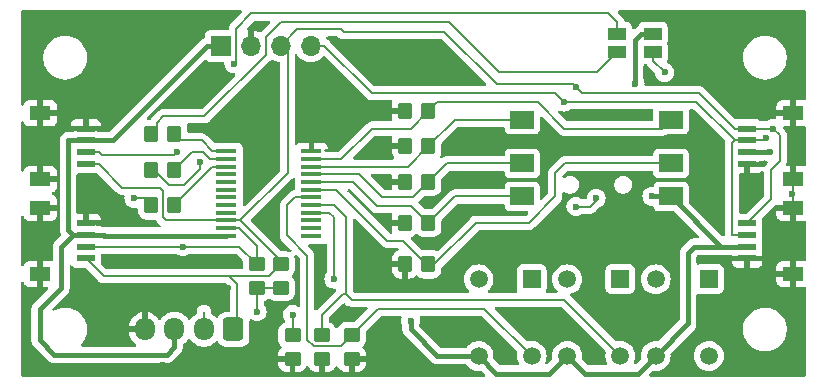
<source format=gbr>
%TF.GenerationSoftware,KiCad,Pcbnew,8.0.3*%
%TF.CreationDate,2024-10-26T21:30:25-07:00*%
%TF.ProjectId,oled_controller,6f6c6564-5f63-46f6-9e74-726f6c6c6572,rev?*%
%TF.SameCoordinates,Original*%
%TF.FileFunction,Copper,L1,Top*%
%TF.FilePolarity,Positive*%
%FSLAX46Y46*%
G04 Gerber Fmt 4.6, Leading zero omitted, Abs format (unit mm)*
G04 Created by KiCad (PCBNEW 8.0.3) date 2024-10-26 21:30:25*
%MOMM*%
%LPD*%
G01*
G04 APERTURE LIST*
G04 Aperture macros list*
%AMRoundRect*
0 Rectangle with rounded corners*
0 $1 Rounding radius*
0 $2 $3 $4 $5 $6 $7 $8 $9 X,Y pos of 4 corners*
0 Add a 4 corners polygon primitive as box body*
4,1,4,$2,$3,$4,$5,$6,$7,$8,$9,$2,$3,0*
0 Add four circle primitives for the rounded corners*
1,1,$1+$1,$2,$3*
1,1,$1+$1,$4,$5*
1,1,$1+$1,$6,$7*
1,1,$1+$1,$8,$9*
0 Add four rect primitives between the rounded corners*
20,1,$1+$1,$2,$3,$4,$5,0*
20,1,$1+$1,$4,$5,$6,$7,0*
20,1,$1+$1,$6,$7,$8,$9,0*
20,1,$1+$1,$8,$9,$2,$3,0*%
G04 Aperture macros list end*
%TA.AperFunction,SMDPad,CuDef*%
%ADD10R,2.000000X1.500000*%
%TD*%
%TA.AperFunction,SMDPad,CuDef*%
%ADD11RoundRect,0.250000X0.450000X-0.350000X0.450000X0.350000X-0.450000X0.350000X-0.450000X-0.350000X0*%
%TD*%
%TA.AperFunction,SMDPad,CuDef*%
%ADD12RoundRect,0.250000X-0.350000X-0.450000X0.350000X-0.450000X0.350000X0.450000X-0.350000X0.450000X0*%
%TD*%
%TA.AperFunction,SMDPad,CuDef*%
%ADD13R,1.550000X0.600000*%
%TD*%
%TA.AperFunction,SMDPad,CuDef*%
%ADD14R,1.800000X1.200000*%
%TD*%
%TA.AperFunction,ComponentPad*%
%ADD15R,1.508000X1.508000*%
%TD*%
%TA.AperFunction,ComponentPad*%
%ADD16C,1.508000*%
%TD*%
%TA.AperFunction,SMDPad,CuDef*%
%ADD17RoundRect,0.250000X-0.450000X0.350000X-0.450000X-0.350000X0.450000X-0.350000X0.450000X0.350000X0*%
%TD*%
%TA.AperFunction,SMDPad,CuDef*%
%ADD18R,1.500000X1.100000*%
%TD*%
%TA.AperFunction,SMDPad,CuDef*%
%ADD19R,1.750000X0.450000*%
%TD*%
%TA.AperFunction,ComponentPad*%
%ADD20R,1.700000X1.700000*%
%TD*%
%TA.AperFunction,ComponentPad*%
%ADD21O,1.700000X1.700000*%
%TD*%
%TA.AperFunction,SMDPad,CuDef*%
%ADD22RoundRect,0.250000X0.350000X0.450000X-0.350000X0.450000X-0.350000X-0.450000X0.350000X-0.450000X0*%
%TD*%
%TA.AperFunction,ComponentPad*%
%ADD23RoundRect,0.250000X0.600000X0.725000X-0.600000X0.725000X-0.600000X-0.725000X0.600000X-0.725000X0*%
%TD*%
%TA.AperFunction,ComponentPad*%
%ADD24O,1.700000X1.950000*%
%TD*%
%TA.AperFunction,ViaPad*%
%ADD25C,0.600000*%
%TD*%
%TA.AperFunction,Conductor*%
%ADD26C,0.200000*%
%TD*%
%TA.AperFunction,Conductor*%
%ADD27C,0.400000*%
%TD*%
G04 APERTURE END LIST*
D10*
%TO.P,S1,A1,NO_1*%
%TO.N,/BU*%
X92950000Y-59750000D03*
%TO.P,S1,B1,NO_2*%
%TO.N,/BD*%
X92950000Y-63450000D03*
%TO.P,S1,C1,NO_3*%
%TO.N,/BL*%
X92950000Y-66250000D03*
%TO.P,S1,D1,COM*%
%TO.N,+3V3*%
X105550000Y-66250000D03*
%TO.P,S1,E1,NO_4*%
%TO.N,/BR*%
X105550000Y-63450000D03*
%TO.P,S1,F1,CENTER*%
%TO.N,/BC*%
X105550000Y-59750000D03*
%TD*%
D11*
%TO.P,R13,1*%
%TO.N,+3V3*%
X70500000Y-74000000D03*
%TO.P,R13,2*%
%TO.N,/SDA*%
X70500000Y-72000000D03*
%TD*%
D12*
%TO.P,R11,1*%
%TO.N,Net-(D1-A)*%
X61500000Y-67000000D03*
%TO.P,R11,2*%
%TO.N,/B*%
X63500000Y-67000000D03*
%TD*%
D13*
%TO.P,J3,1,1*%
%TO.N,GND*%
X112000000Y-63500000D03*
%TO.P,J3,2,2*%
%TO.N,+3V3*%
X112000000Y-62500000D03*
%TO.P,J3,3,3*%
%TO.N,/SDA*%
X112000000Y-61500000D03*
%TO.P,J3,4,4*%
%TO.N,/SCL*%
X112000000Y-60500000D03*
D14*
%TO.P,J3,S1,SHIELD*%
%TO.N,GND*%
X115875000Y-64800000D03*
%TO.P,J3,S2,SHIELD*%
X115875000Y-59200000D03*
%TD*%
D12*
%TO.P,R9,1*%
%TO.N,Net-(D1-RK)*%
X61500000Y-61000000D03*
%TO.P,R9,2*%
%TO.N,/R*%
X63500000Y-61000000D03*
%TD*%
D15*
%TO.P,B1,1*%
%TO.N,unconnected-(B1-Pad1)*%
X93750000Y-73250000D03*
D16*
%TO.P,B1,2*%
%TO.N,/B1*%
X93750000Y-79750000D03*
%TO.P,B1,3*%
%TO.N,unconnected-(B1-Pad3)*%
X89250000Y-73250000D03*
%TO.P,B1,4*%
%TO.N,+3V3*%
X89250000Y-79750000D03*
%TD*%
D17*
%TO.P,R1,1*%
%TO.N,/B1*%
X78500000Y-78000000D03*
%TO.P,R1,2*%
%TO.N,GND*%
X78500000Y-80000000D03*
%TD*%
D11*
%TO.P,R12,1*%
%TO.N,+3V3*%
X72500000Y-74000000D03*
%TO.P,R12,2*%
%TO.N,/SCL*%
X72500000Y-72000000D03*
%TD*%
D18*
%TO.P,D1,1,A*%
%TO.N,Net-(D1-A)*%
X101000000Y-52500000D03*
%TO.P,D1,2,BK*%
%TO.N,+3V3*%
X104000000Y-52500000D03*
%TO.P,D1,3,GK*%
%TO.N,Net-(D1-GK)*%
X104000000Y-54000000D03*
%TO.P,D1,4,RK*%
%TO.N,Net-(D1-RK)*%
X101000000Y-54000000D03*
%TD*%
D19*
%TO.P,U2,1,~{INT}*%
%TO.N,unconnected-(U2-~{INT}-Pad1)*%
X75100000Y-69575000D03*
%TO.P,U2,2,A1*%
%TO.N,unconnected-(U2-A1-Pad2)*%
X75100000Y-68925000D03*
%TO.P,U2,3,A2*%
%TO.N,unconnected-(U2-A2-Pad3)*%
X75100000Y-68275000D03*
%TO.P,U2,4,P0*%
%TO.N,/B3*%
X75100000Y-67625000D03*
%TO.P,U2,5,P1*%
%TO.N,/B2*%
X75100000Y-66975000D03*
%TO.P,U2,6,P2*%
%TO.N,/B1*%
X75100000Y-66325000D03*
%TO.P,U2,7,P3*%
%TO.N,/BR*%
X75100000Y-65675000D03*
%TO.P,U2,8,P4*%
%TO.N,/BL*%
X75100000Y-65025000D03*
%TO.P,U2,9,P5*%
%TO.N,/BD*%
X75100000Y-64375000D03*
%TO.P,U2,10,P6*%
%TO.N,/BU*%
X75100000Y-63725000D03*
%TO.P,U2,11,P7*%
%TO.N,/BC*%
X75100000Y-63075000D03*
%TO.P,U2,12,GND*%
%TO.N,GND*%
X75100000Y-62425000D03*
%TO.P,U2,13,P10*%
%TO.N,/R*%
X67900000Y-62425000D03*
%TO.P,U2,14,P11*%
%TO.N,/G*%
X67900000Y-63075000D03*
%TO.P,U2,15,P12*%
%TO.N,/B*%
X67900000Y-63725000D03*
%TO.P,U2,16,P13*%
%TO.N,unconnected-(U2-P13-Pad16)*%
X67900000Y-64375000D03*
%TO.P,U2,17,P14*%
%TO.N,unconnected-(U2-P14-Pad17)*%
X67900000Y-65025000D03*
%TO.P,U2,18,P15*%
%TO.N,unconnected-(U2-P15-Pad18)*%
X67900000Y-65675000D03*
%TO.P,U2,19,P16*%
%TO.N,unconnected-(U2-P16-Pad19)*%
X67900000Y-66325000D03*
%TO.P,U2,20,P17*%
%TO.N,unconnected-(U2-P17-Pad20)*%
X67900000Y-66975000D03*
%TO.P,U2,21,A0*%
%TO.N,unconnected-(U2-A0-Pad21)*%
X67900000Y-67625000D03*
%TO.P,U2,22,SCL*%
%TO.N,/SCL*%
X67900000Y-68275000D03*
%TO.P,U2,23,SDA*%
%TO.N,/SDA*%
X67900000Y-68925000D03*
%TO.P,U2,24,VCC*%
%TO.N,+3V3*%
X67900000Y-69575000D03*
%TD*%
D17*
%TO.P,R8,1*%
%TO.N,/B3*%
X73500000Y-78000000D03*
%TO.P,R8,2*%
%TO.N,GND*%
X73500000Y-80000000D03*
%TD*%
D15*
%TO.P,B2,1*%
%TO.N,unconnected-(B2-Pad1)*%
X101250000Y-73250000D03*
D16*
%TO.P,B2,2*%
%TO.N,/B2*%
X101250000Y-79750000D03*
%TO.P,B2,3*%
%TO.N,unconnected-(B2-Pad3)*%
X96750000Y-73250000D03*
%TO.P,B2,4*%
%TO.N,+3V3*%
X96750000Y-79750000D03*
%TD*%
D11*
%TO.P,R7,1*%
%TO.N,GND*%
X76000000Y-80000000D03*
%TO.P,R7,2*%
%TO.N,/B2*%
X76000000Y-78000000D03*
%TD*%
D12*
%TO.P,R3,1*%
%TO.N,GND*%
X83000000Y-65000000D03*
%TO.P,R3,2*%
%TO.N,/BD*%
X85000000Y-65000000D03*
%TD*%
%TO.P,R4,1*%
%TO.N,GND*%
X83000000Y-68500000D03*
%TO.P,R4,2*%
%TO.N,/BL*%
X85000000Y-68500000D03*
%TD*%
D13*
%TO.P,J8,1,1*%
%TO.N,GND*%
X56000000Y-68500000D03*
%TO.P,J8,2,2*%
%TO.N,+3V3*%
X56000000Y-69500000D03*
%TO.P,J8,3,3*%
%TO.N,/SDA*%
X56000000Y-70500000D03*
%TO.P,J8,4,4*%
%TO.N,/SCL*%
X56000000Y-71500000D03*
D14*
%TO.P,J8,S1,SHIELD*%
%TO.N,GND*%
X52125000Y-67200000D03*
%TO.P,J8,S2,SHIELD*%
X52125000Y-72800000D03*
%TD*%
D13*
%TO.P,J4,1,1*%
%TO.N,GND*%
X112000000Y-71500000D03*
%TO.P,J4,2,2*%
%TO.N,+3V3*%
X112000000Y-70500000D03*
%TO.P,J4,3,3*%
%TO.N,/SDA*%
X112000000Y-69500000D03*
%TO.P,J4,4,4*%
%TO.N,/SCL*%
X112000000Y-68500000D03*
D14*
%TO.P,J4,S1,SHIELD*%
%TO.N,GND*%
X115875000Y-72800000D03*
%TO.P,J4,S2,SHIELD*%
X115875000Y-67200000D03*
%TD*%
D20*
%TO.P,J7,1,Pin_1*%
%TO.N,+3V3*%
X67420000Y-53500000D03*
D21*
%TO.P,J7,2,Pin_2*%
%TO.N,GND*%
X69960000Y-53500000D03*
%TO.P,J7,3,Pin_3*%
%TO.N,/SCL*%
X72500000Y-53500000D03*
%TO.P,J7,4,Pin_4*%
%TO.N,/SDA*%
X75040000Y-53500000D03*
%TD*%
D22*
%TO.P,R6,1*%
%TO.N,/BR*%
X85000000Y-72000000D03*
%TO.P,R6,2*%
%TO.N,GND*%
X83000000Y-72000000D03*
%TD*%
D12*
%TO.P,R10,1*%
%TO.N,Net-(D1-GK)*%
X61500000Y-64000000D03*
%TO.P,R10,2*%
%TO.N,/G*%
X63500000Y-64000000D03*
%TD*%
%TO.P,R2,1*%
%TO.N,GND*%
X83000000Y-62000000D03*
%TO.P,R2,2*%
%TO.N,/BU*%
X85000000Y-62000000D03*
%TD*%
D15*
%TO.P,B3,1*%
%TO.N,unconnected-(B3-Pad1)*%
X108750000Y-73250000D03*
D16*
%TO.P,B3,2*%
%TO.N,/B3*%
X108750000Y-79750000D03*
%TO.P,B3,3*%
%TO.N,unconnected-(B3-Pad3)*%
X104250000Y-73250000D03*
%TO.P,B3,4*%
%TO.N,+3V3*%
X104250000Y-79750000D03*
%TD*%
D13*
%TO.P,J1,1,1*%
%TO.N,GND*%
X56000000Y-60500000D03*
%TO.P,J1,2,2*%
%TO.N,+3V3*%
X56000000Y-61500000D03*
%TO.P,J1,3,3*%
%TO.N,/SDA*%
X56000000Y-62500000D03*
%TO.P,J1,4,4*%
%TO.N,/SCL*%
X56000000Y-63500000D03*
D14*
%TO.P,J1,S1,SHIELD*%
%TO.N,GND*%
X52125000Y-59200000D03*
%TO.P,J1,S2,SHIELD*%
X52125000Y-64800000D03*
%TD*%
D22*
%TO.P,R5,1*%
%TO.N,/BC*%
X85000000Y-59000000D03*
%TO.P,R5,2*%
%TO.N,GND*%
X83000000Y-59000000D03*
%TD*%
D23*
%TO.P,J2,1,Pin_1*%
%TO.N,/SCL*%
X68500000Y-77500000D03*
D24*
%TO.P,J2,2,Pin_2*%
%TO.N,/SDA*%
X66000000Y-77500000D03*
%TO.P,J2,3,Pin_3*%
%TO.N,+3V3*%
X63500000Y-77500000D03*
%TO.P,J2,4,Pin_4*%
%TO.N,GND*%
X61000000Y-77500000D03*
%TD*%
D25*
%TO.N,/RX*%
X99200000Y-66400000D03*
X97500000Y-67100000D03*
%TO.N,GND*%
X100250000Y-61750000D03*
X100600000Y-59400000D03*
X110000000Y-51500000D03*
X58250000Y-66250000D03*
X109500000Y-53500000D03*
X58500000Y-51500000D03*
X98500000Y-78750000D03*
X68000000Y-59250000D03*
X109000000Y-65000000D03*
X81500000Y-59000000D03*
X110000000Y-57000000D03*
X64500000Y-57500000D03*
X60900000Y-71500000D03*
X81500000Y-62000000D03*
X89500000Y-69750000D03*
X52500000Y-69500000D03*
X115500000Y-70000000D03*
X63250000Y-54000000D03*
X86900000Y-61900000D03*
X102000000Y-67250000D03*
X67500000Y-71500000D03*
X81500000Y-68000000D03*
X71500000Y-68250000D03*
X112500000Y-66000000D03*
X82500000Y-54500000D03*
X56500000Y-65500000D03*
X67000000Y-79000000D03*
X91000000Y-79000000D03*
X102750000Y-78750000D03*
X91500000Y-76000000D03*
X64500000Y-80500000D03*
X89250000Y-76750000D03*
X106500000Y-80500000D03*
X53000000Y-62000000D03*
X96500000Y-76500000D03*
X81500000Y-65000000D03*
X71500000Y-79000000D03*
X112000000Y-73500000D03*
X85250000Y-76750000D03*
X68000000Y-74000000D03*
X86250000Y-78750000D03*
X82250000Y-79500000D03*
X76000000Y-71750000D03*
X57000000Y-77000000D03*
X115800000Y-66000000D03*
X74500000Y-58500000D03*
X81000000Y-74000000D03*
X87000000Y-69000000D03*
X109000000Y-78000000D03*
X62500000Y-80500000D03*
X56750000Y-74250000D03*
X71000000Y-63500000D03*
X105000000Y-69000000D03*
X81300000Y-71200000D03*
X63500000Y-80500000D03*
X51500000Y-80500000D03*
X59500000Y-57750000D03*
X88000000Y-65000000D03*
X65000000Y-51500000D03*
X77164789Y-76838291D03*
%TO.N,+3V3*%
X103923600Y-66239700D03*
X83500000Y-76750000D03*
X70500000Y-76000000D03*
X113900000Y-62500000D03*
X102500000Y-56700000D03*
%TO.N,/SCL*%
X114200000Y-60500000D03*
X97500000Y-57000000D03*
%TO.N,/SDA*%
X63750000Y-62500000D03*
X113600000Y-61300000D03*
X64233206Y-70512459D03*
X96500000Y-58250000D03*
%TO.N,/B3*%
X73500000Y-76250000D03*
X77000000Y-73250000D03*
%TO.N,Net-(D1-GK)*%
X65653100Y-63326300D03*
X105000000Y-55750000D03*
%TO.N,Net-(D1-A)*%
X60064800Y-66406700D03*
X68536600Y-55004300D03*
%TD*%
D26*
%TO.N,Net-(D1-RK)*%
X62000000Y-61500000D02*
X62000000Y-60000000D01*
X71230000Y-54270000D02*
X71230000Y-52770000D01*
X99250000Y-55750000D02*
X101000000Y-54000000D01*
X62546200Y-59453800D02*
X66046200Y-59453800D01*
X72500000Y-51500000D02*
X86750000Y-51500000D01*
X66046200Y-59453800D02*
X71230000Y-54270000D01*
X62000000Y-60000000D02*
X62546200Y-59453800D01*
X71230000Y-52770000D02*
X72500000Y-51500000D01*
X86750000Y-51500000D02*
X91000000Y-55750000D01*
X91000000Y-55750000D02*
X99250000Y-55750000D01*
%TO.N,Net-(D1-A)*%
X70000000Y-50750000D02*
X68700000Y-52050000D01*
X101000000Y-51500000D02*
X100250000Y-50750000D01*
X68700000Y-54840900D02*
X68536600Y-55004300D01*
X68700000Y-52050000D02*
X68700000Y-54840900D01*
X101000000Y-52500000D02*
X101000000Y-51500000D01*
X100250000Y-50750000D02*
X70000000Y-50750000D01*
%TO.N,/SCL*%
X67900000Y-68275000D02*
X62775000Y-68275000D01*
X59076700Y-65500000D02*
X57076700Y-63500000D01*
X62775000Y-68275000D02*
X62500000Y-68000000D01*
X62500000Y-68000000D02*
X62500000Y-65750000D01*
X62250000Y-65500000D02*
X59076700Y-65500000D01*
X62500000Y-65750000D02*
X62250000Y-65500000D01*
X57076700Y-63500000D02*
X56000000Y-63500000D01*
%TO.N,/SDA*%
X110923300Y-61500000D02*
X110700000Y-61723300D01*
X110700000Y-61723300D02*
X110700000Y-69500000D01*
X110700000Y-69500000D02*
X112000000Y-69500000D01*
%TO.N,/BD*%
X75100000Y-64375000D02*
X79128400Y-64375000D01*
X79128400Y-64375000D02*
X81053400Y-66300000D01*
X81053400Y-66300000D02*
X83700000Y-66300000D01*
X83700000Y-66300000D02*
X85000000Y-65000000D01*
%TO.N,/SCL*%
X86354800Y-52317700D02*
X77817700Y-52317700D01*
X77600000Y-52100000D02*
X73900000Y-52100000D01*
X97250000Y-56750000D02*
X90787100Y-56750000D01*
X97500000Y-57000000D02*
X97250000Y-56750000D01*
X73900000Y-52100000D02*
X72500000Y-53500000D01*
X77817700Y-52317700D02*
X77600000Y-52100000D01*
X90787100Y-56750000D02*
X86354800Y-52317700D01*
%TO.N,/SDA*%
X113400000Y-61500000D02*
X113600000Y-61300000D01*
X112000000Y-61500000D02*
X113400000Y-61500000D01*
%TO.N,/SCL*%
X114750000Y-61050000D02*
X114750000Y-63250000D01*
X114750000Y-63250000D02*
X114000000Y-64000000D01*
X114000000Y-64000000D02*
X114000000Y-66500000D01*
X114200000Y-60500000D02*
X114750000Y-61050000D01*
X114000000Y-66500000D02*
X112000000Y-68500000D01*
X114200000Y-60500000D02*
X112000000Y-60500000D01*
D27*
%TO.N,+3V3*%
X113900000Y-62500000D02*
X112000000Y-62500000D01*
X102500000Y-56700000D02*
X102500000Y-53000000D01*
X102500000Y-53000000D02*
X103000000Y-52500000D01*
X103000000Y-52500000D02*
X104000000Y-52500000D01*
D26*
%TO.N,/RX*%
X99200000Y-66400000D02*
X99200000Y-66600000D01*
X99200000Y-66600000D02*
X98700000Y-67100000D01*
X98700000Y-67100000D02*
X97500000Y-67100000D01*
%TO.N,/BC*%
X105550000Y-59750000D02*
X104800000Y-60500000D01*
X104800000Y-60500000D02*
X96500000Y-60500000D01*
X85750000Y-58250000D02*
X85000000Y-59000000D01*
X96500000Y-60500000D02*
X94250000Y-58250000D01*
X94250000Y-58250000D02*
X85750000Y-58250000D01*
%TO.N,/SCL*%
X97500000Y-57000000D02*
X98000000Y-57500000D01*
X98000000Y-57500000D02*
X107923300Y-57500000D01*
X107923300Y-57500000D02*
X110923300Y-60500000D01*
X110923300Y-60500000D02*
X112000000Y-60500000D01*
%TO.N,Net-(D1-GK)*%
X105000000Y-55750000D02*
X104000000Y-54750000D01*
X104000000Y-54750000D02*
X104000000Y-54000000D01*
%TO.N,GND*%
X115875000Y-67200000D02*
X115875000Y-66075000D01*
X82000000Y-68500000D02*
X81500000Y-68000000D01*
X115875000Y-64800000D02*
X115875000Y-65925000D01*
X83000000Y-68500000D02*
X82000000Y-68500000D01*
X115875000Y-65925000D02*
X115800000Y-66000000D01*
X115875000Y-66075000D02*
X115800000Y-66000000D01*
D27*
%TO.N,+3V3*%
X85750000Y-79750000D02*
X89250000Y-79750000D01*
X60620900Y-79659300D02*
X53331900Y-79659300D01*
X105550000Y-66250000D02*
X109800000Y-70500000D01*
X62840700Y-79659300D02*
X60620900Y-79659300D01*
X107000000Y-71000000D02*
X107500000Y-70500000D01*
X63500000Y-79000000D02*
X62840700Y-79659300D01*
X90750000Y-81250000D02*
X89250000Y-79750000D01*
D26*
X72500000Y-74000000D02*
X70500000Y-74000000D01*
D27*
X102750000Y-81250000D02*
X98250000Y-81250000D01*
X53918600Y-70504700D02*
X54923300Y-69500000D01*
X56000000Y-69500000D02*
X54923300Y-69500000D01*
X83500000Y-76750000D02*
X83500000Y-77500000D01*
X109800000Y-70500000D02*
X112000000Y-70500000D01*
X96750000Y-79750000D02*
X95250000Y-81250000D01*
X57575000Y-69575000D02*
X67900000Y-69575000D01*
X107000000Y-77000000D02*
X107000000Y-71000000D01*
X52093800Y-75796100D02*
X53918600Y-73971300D01*
X53331900Y-79659300D02*
X52093800Y-78421200D01*
X52093800Y-78421200D02*
X52093800Y-75796100D01*
X66268300Y-53500000D02*
X58268300Y-61500000D01*
X67420000Y-53500000D02*
X66268300Y-53500000D01*
X53918600Y-73971300D02*
X53918600Y-70504700D01*
X98250000Y-81250000D02*
X96750000Y-79750000D01*
X57500000Y-69500000D02*
X57575000Y-69575000D01*
D26*
X70500000Y-74000000D02*
X70500000Y-76000000D01*
D27*
X63500000Y-77500000D02*
X63500000Y-79000000D01*
X104250000Y-79750000D02*
X102750000Y-81250000D01*
X56000000Y-69500000D02*
X57500000Y-69500000D01*
X103923600Y-66239700D02*
X104238000Y-66239700D01*
X107000000Y-77000000D02*
X104250000Y-79750000D01*
X104238000Y-66239700D02*
X104248300Y-66250000D01*
X58268300Y-61500000D02*
X56000000Y-61500000D01*
X95250000Y-81250000D02*
X90750000Y-81250000D01*
X83500000Y-77500000D02*
X85750000Y-79750000D01*
X54500000Y-61500000D02*
X56000000Y-61500000D01*
X54500000Y-69076700D02*
X54500000Y-61500000D01*
X107500000Y-70500000D02*
X112000000Y-70500000D01*
X105550000Y-66250000D02*
X104248300Y-66250000D01*
X54923300Y-69500000D02*
X54500000Y-69076700D01*
D26*
%TO.N,/BU*%
X83275000Y-63725000D02*
X85000000Y-62000000D01*
X92950000Y-59750000D02*
X87250000Y-59750000D01*
X75100000Y-63725000D02*
X83275000Y-63725000D01*
X87250000Y-59750000D02*
X85000000Y-62000000D01*
%TO.N,/BD*%
X92950000Y-63450000D02*
X86550000Y-63450000D01*
X86550000Y-63450000D02*
X85000000Y-65000000D01*
%TO.N,/BL*%
X75100000Y-65025000D02*
X78622800Y-65025000D01*
X92950000Y-66250000D02*
X87250000Y-66250000D01*
X80652400Y-67054600D02*
X83554600Y-67054600D01*
X78622800Y-65025000D02*
X80652400Y-67054600D01*
X87250000Y-66250000D02*
X85000000Y-68500000D01*
X83554600Y-67054600D02*
X85000000Y-68500000D01*
%TO.N,/BC*%
X85000000Y-59000000D02*
X83500000Y-60500000D01*
X77645000Y-63075000D02*
X75100000Y-63075000D01*
X83500000Y-60500000D02*
X80220000Y-60500000D01*
X80220000Y-60500000D02*
X77645000Y-63075000D01*
%TO.N,/BR*%
X82842500Y-70000000D02*
X81500000Y-70000000D01*
X95750000Y-66250000D02*
X95750000Y-64250000D01*
X95750000Y-64250000D02*
X96550000Y-63450000D01*
X77175000Y-65675000D02*
X75100000Y-65675000D01*
X89000000Y-68500000D02*
X93500000Y-68500000D01*
X96550000Y-63450000D02*
X105550000Y-63450000D01*
X81500000Y-70000000D02*
X77175000Y-65675000D01*
X85500000Y-72000000D02*
X89000000Y-68500000D01*
X93500000Y-68500000D02*
X95750000Y-66250000D01*
X84842500Y-72000000D02*
X82842500Y-70000000D01*
X85000000Y-72000000D02*
X84842500Y-72000000D01*
X85000000Y-72000000D02*
X85500000Y-72000000D01*
%TO.N,/SCL*%
X72500000Y-72000000D02*
X72500000Y-71698300D01*
X57500000Y-73000000D02*
X56000000Y-71500000D01*
X67900000Y-68275000D02*
X69076700Y-68275000D01*
X72500000Y-72000000D02*
X71500000Y-73000000D01*
X71500000Y-73000000D02*
X68000000Y-73000000D01*
X68131371Y-73000000D02*
X68000000Y-73000000D01*
X68500000Y-77500000D02*
X68500000Y-76500000D01*
X68800000Y-77200000D02*
X68800000Y-73668629D01*
X69076700Y-68275000D02*
X69485000Y-68683300D01*
X68500000Y-77500000D02*
X68800000Y-77200000D01*
X68800000Y-73668629D02*
X68131371Y-73000000D01*
X72500000Y-71698300D02*
X69485000Y-68683300D01*
X68000000Y-73000000D02*
X57500000Y-73000000D01*
%TO.N,/SDA*%
X70500000Y-70450000D02*
X70500000Y-72000000D01*
X95750000Y-57500000D02*
X80191700Y-57500000D01*
X57326700Y-62750000D02*
X57076700Y-62500000D01*
X80191700Y-57500000D02*
X76191700Y-53500000D01*
X68975000Y-68925000D02*
X70500000Y-70450000D01*
X57076700Y-62500000D02*
X56000000Y-62500000D01*
X96500000Y-58250000D02*
X107673300Y-58250000D01*
X67900000Y-68925000D02*
X68975000Y-68925000D01*
X96500000Y-58250000D02*
X95750000Y-57500000D01*
X69000000Y-70500000D02*
X70500000Y-72000000D01*
X76191700Y-53500000D02*
X75040000Y-53500000D01*
X110923300Y-61500000D02*
X112000000Y-61500000D01*
X63500000Y-62750000D02*
X57326700Y-62750000D01*
X63750000Y-62500000D02*
X63500000Y-62750000D01*
X56000000Y-70500000D02*
X69000000Y-70500000D01*
X66000000Y-77500000D02*
X66000000Y-76000000D01*
X107673300Y-58250000D02*
X110923300Y-61500000D01*
%TO.N,/G*%
X64000000Y-63500000D02*
X64000000Y-64000000D01*
X65000000Y-62500000D02*
X64000000Y-63500000D01*
X65902300Y-62500000D02*
X65000000Y-62500000D01*
X66477300Y-63075000D02*
X65902300Y-62500000D01*
X67900000Y-63075000D02*
X66477300Y-63075000D01*
%TO.N,/R*%
X65798300Y-61500000D02*
X64000000Y-61500000D01*
X67900000Y-62425000D02*
X66723300Y-62425000D01*
X66723300Y-62425000D02*
X65798300Y-61500000D01*
%TO.N,/B*%
X67900000Y-63725000D02*
X66723300Y-63725000D01*
X66723300Y-63776700D02*
X66723300Y-63725000D01*
X64000000Y-66500000D02*
X66723300Y-63776700D01*
%TO.N,/B2*%
X78000000Y-68000000D02*
X76975000Y-66975000D01*
X76975000Y-66975000D02*
X75100000Y-66975000D01*
X78500000Y-75000000D02*
X78000000Y-74500000D01*
X96500000Y-75000000D02*
X78500000Y-75000000D01*
X78000000Y-74500000D02*
X78000000Y-68000000D01*
X77750000Y-74500000D02*
X76000000Y-76250000D01*
X76000000Y-76250000D02*
X76000000Y-78000000D01*
X101250000Y-79750000D02*
X96500000Y-75000000D01*
X78000000Y-74500000D02*
X77750000Y-74500000D01*
%TO.N,/B3*%
X76625000Y-67625000D02*
X77000000Y-68000000D01*
X77000000Y-68000000D02*
X77000000Y-73250000D01*
X75100000Y-67625000D02*
X76625000Y-67625000D01*
X73500000Y-76250000D02*
X73500000Y-78000000D01*
%TO.N,/B1*%
X73675000Y-66325000D02*
X75100000Y-66325000D01*
X80750000Y-75750000D02*
X89750000Y-75750000D01*
X77562200Y-78937800D02*
X75291000Y-78937800D01*
X78500000Y-78000000D02*
X80750000Y-75750000D01*
X75291000Y-78937800D02*
X74750000Y-78396800D01*
X73000000Y-69525300D02*
X73000000Y-67000000D01*
X74750000Y-71275300D02*
X73000000Y-69525300D01*
X74750000Y-78396800D02*
X74750000Y-71275300D01*
X89750000Y-75750000D02*
X93750000Y-79750000D01*
X73000000Y-67000000D02*
X73675000Y-66325000D01*
X78500000Y-78000000D02*
X77562200Y-78937800D01*
%TO.N,Net-(D1-GK)*%
X65653100Y-63326300D02*
X65653100Y-63928400D01*
X62000000Y-64250000D02*
X62000000Y-64000000D01*
X65653100Y-63928400D02*
X64331500Y-65250000D01*
X63000000Y-65250000D02*
X62000000Y-64250000D01*
X64331500Y-65250000D02*
X63000000Y-65250000D01*
%TO.N,Net-(D1-A)*%
X60064800Y-66406700D02*
X61906700Y-66406700D01*
X61906700Y-66406700D02*
X62000000Y-66500000D01*
%TO.N,/SCL*%
X72500000Y-53500000D02*
X73075900Y-54075900D01*
X73075900Y-54075900D02*
X73075900Y-64275800D01*
X73075900Y-64275800D02*
X69076700Y-68275000D01*
%TD*%
%TA.AperFunction,Conductor*%
%TO.N,GND*%
G36*
X69167941Y-50520185D02*
G01*
X69213696Y-50572989D01*
X69223640Y-50642147D01*
X69194615Y-50705703D01*
X69188583Y-50712181D01*
X68219481Y-51681282D01*
X68219479Y-51681285D01*
X68169361Y-51768094D01*
X68169359Y-51768096D01*
X68140425Y-51818209D01*
X68140424Y-51818210D01*
X68128259Y-51863611D01*
X68099499Y-51970943D01*
X68099499Y-51970945D01*
X68099499Y-52025500D01*
X68079814Y-52092539D01*
X68027010Y-52138294D01*
X67975499Y-52149500D01*
X66522129Y-52149500D01*
X66522123Y-52149501D01*
X66462516Y-52155908D01*
X66327671Y-52206202D01*
X66327664Y-52206206D01*
X66212455Y-52292452D01*
X66212452Y-52292455D01*
X66126206Y-52407664D01*
X66126202Y-52407671D01*
X66075908Y-52542517D01*
X66069501Y-52602116D01*
X66069500Y-52602135D01*
X66069500Y-52741275D01*
X66049815Y-52808314D01*
X65997011Y-52854069D01*
X65992954Y-52855836D01*
X65936489Y-52879224D01*
X65831317Y-52949499D01*
X65831316Y-52949498D01*
X65821760Y-52955884D01*
X65821751Y-52955891D01*
X58014462Y-60763181D01*
X57953139Y-60796666D01*
X57926781Y-60799500D01*
X57375862Y-60799500D01*
X57308823Y-60779815D01*
X57288181Y-60763181D01*
X57275000Y-60750000D01*
X57023069Y-60750000D01*
X56979736Y-60742182D01*
X56882482Y-60705908D01*
X56882483Y-60705908D01*
X56822883Y-60699501D01*
X56822881Y-60699500D01*
X56822873Y-60699500D01*
X56822864Y-60699500D01*
X55177129Y-60699500D01*
X55177123Y-60699501D01*
X55117516Y-60705908D01*
X55020264Y-60742182D01*
X54976931Y-60750000D01*
X54725000Y-60750000D01*
X54711819Y-60763181D01*
X54650496Y-60796666D01*
X54624138Y-60799500D01*
X54431005Y-60799500D01*
X54295677Y-60826418D01*
X54295667Y-60826421D01*
X54168195Y-60879221D01*
X54168182Y-60879228D01*
X54053458Y-60955885D01*
X54053456Y-60955887D01*
X53955888Y-61053454D01*
X53955885Y-61053458D01*
X53879228Y-61168182D01*
X53879221Y-61168195D01*
X53826421Y-61295667D01*
X53826418Y-61295677D01*
X53799500Y-61431004D01*
X53799500Y-61431007D01*
X53799500Y-69007706D01*
X53799500Y-69145694D01*
X53799500Y-69145696D01*
X53799499Y-69145696D01*
X53826418Y-69281022D01*
X53826421Y-69281032D01*
X53879222Y-69408507D01*
X53879225Y-69408511D01*
X53880725Y-69410756D01*
X53881150Y-69412114D01*
X53882095Y-69413881D01*
X53881760Y-69414060D01*
X53901607Y-69477432D01*
X53883126Y-69544813D01*
X53865308Y-69567333D01*
X53374487Y-70058154D01*
X53311699Y-70152123D01*
X53311700Y-70152124D01*
X53297822Y-70172894D01*
X53245021Y-70300367D01*
X53245018Y-70300377D01*
X53218100Y-70435704D01*
X53218100Y-71577572D01*
X53198415Y-71644611D01*
X53145611Y-71690366D01*
X53080844Y-71700861D01*
X53072844Y-71700000D01*
X52375000Y-71700000D01*
X52375000Y-73900000D01*
X52699881Y-73900000D01*
X52766920Y-73919685D01*
X52812675Y-73972489D01*
X52822619Y-74041647D01*
X52793594Y-74105203D01*
X52787562Y-74111681D01*
X51549688Y-75349553D01*
X51549687Y-75349554D01*
X51473022Y-75464292D01*
X51420221Y-75591767D01*
X51420218Y-75591779D01*
X51399592Y-75695475D01*
X51399592Y-75695477D01*
X51393300Y-75727107D01*
X51393300Y-78352206D01*
X51393300Y-78490194D01*
X51393300Y-78490196D01*
X51393299Y-78490196D01*
X51420218Y-78625522D01*
X51420221Y-78625532D01*
X51473022Y-78753007D01*
X51549687Y-78867745D01*
X52885354Y-80203412D01*
X53000092Y-80280077D01*
X53127567Y-80332878D01*
X53127572Y-80332880D01*
X53127576Y-80332880D01*
X53127577Y-80332881D01*
X53262903Y-80359800D01*
X53262906Y-80359800D01*
X62909696Y-80359800D01*
X63000740Y-80341689D01*
X63045028Y-80332880D01*
X63162968Y-80284028D01*
X63172507Y-80280077D01*
X63172508Y-80280076D01*
X63172511Y-80280075D01*
X63287243Y-80203414D01*
X64044114Y-79446543D01*
X64120775Y-79331811D01*
X64125959Y-79319297D01*
X64173578Y-79204332D01*
X64173580Y-79204328D01*
X64200500Y-79068994D01*
X64200500Y-78931006D01*
X64200500Y-78848547D01*
X64220185Y-78781508D01*
X64251614Y-78748230D01*
X64379792Y-78655104D01*
X64530104Y-78504792D01*
X64649683Y-78340204D01*
X64705011Y-78297540D01*
X64774624Y-78291561D01*
X64836420Y-78324166D01*
X64850313Y-78340199D01*
X64963230Y-78495617D01*
X64969896Y-78504792D01*
X65120213Y-78655109D01*
X65292179Y-78780048D01*
X65292181Y-78780049D01*
X65292184Y-78780051D01*
X65481588Y-78876557D01*
X65683757Y-78942246D01*
X65893713Y-78975500D01*
X65893714Y-78975500D01*
X66106286Y-78975500D01*
X66106287Y-78975500D01*
X66316243Y-78942246D01*
X66518412Y-78876557D01*
X66707816Y-78780051D01*
X66861702Y-78668247D01*
X66879784Y-78655110D01*
X66879784Y-78655109D01*
X66879792Y-78655104D01*
X67018604Y-78516291D01*
X67079923Y-78482809D01*
X67149615Y-78487793D01*
X67205549Y-78529664D01*
X67211821Y-78538878D01*
X67215185Y-78544333D01*
X67215186Y-78544334D01*
X67307288Y-78693656D01*
X67431344Y-78817712D01*
X67580666Y-78909814D01*
X67747203Y-78964999D01*
X67849991Y-78975500D01*
X69150008Y-78975499D01*
X69252797Y-78964999D01*
X69419334Y-78909814D01*
X69568656Y-78817712D01*
X69692712Y-78693656D01*
X69784814Y-78544334D01*
X69839999Y-78377797D01*
X69850500Y-78275009D01*
X69850499Y-76761659D01*
X69870184Y-76694621D01*
X69922987Y-76648866D01*
X69992146Y-76638922D01*
X70040469Y-76656666D01*
X70083978Y-76684004D01*
X70150475Y-76725788D01*
X70320745Y-76785368D01*
X70320750Y-76785369D01*
X70499996Y-76805565D01*
X70500000Y-76805565D01*
X70500004Y-76805565D01*
X70679249Y-76785369D01*
X70679252Y-76785368D01*
X70679255Y-76785368D01*
X70849522Y-76725789D01*
X71002262Y-76629816D01*
X71129816Y-76502262D01*
X71225789Y-76349522D01*
X71285368Y-76179255D01*
X71286944Y-76165268D01*
X71305565Y-76000003D01*
X71305565Y-75999996D01*
X71285369Y-75820750D01*
X71285368Y-75820745D01*
X71257865Y-75742147D01*
X71225789Y-75650478D01*
X71225174Y-75649500D01*
X71168671Y-75559576D01*
X71129816Y-75497738D01*
X71129814Y-75497736D01*
X71129813Y-75497734D01*
X71127550Y-75494896D01*
X71126659Y-75492715D01*
X71126111Y-75491842D01*
X71126264Y-75491745D01*
X71101144Y-75430209D01*
X71100500Y-75417587D01*
X71100500Y-75180300D01*
X71120185Y-75113261D01*
X71172989Y-75067506D01*
X71185482Y-75062599D01*
X71269334Y-75034814D01*
X71418656Y-74942712D01*
X71418664Y-74942703D01*
X71423085Y-74939209D01*
X71487879Y-74913066D01*
X71556522Y-74926103D01*
X71576915Y-74939209D01*
X71581339Y-74942707D01*
X71581344Y-74942712D01*
X71730666Y-75034814D01*
X71897203Y-75089999D01*
X71999991Y-75100500D01*
X73000008Y-75100499D01*
X73000016Y-75100498D01*
X73000019Y-75100498D01*
X73056302Y-75094748D01*
X73102797Y-75089999D01*
X73269334Y-75034814D01*
X73418656Y-74942712D01*
X73542712Y-74818656D01*
X73634814Y-74669334D01*
X73689999Y-74502797D01*
X73700500Y-74400009D01*
X73700499Y-73599992D01*
X73696370Y-73559576D01*
X73689999Y-73497203D01*
X73689998Y-73497200D01*
X73680543Y-73468668D01*
X73634814Y-73330666D01*
X73542712Y-73181344D01*
X73449049Y-73087681D01*
X73415564Y-73026358D01*
X73420548Y-72956666D01*
X73449049Y-72912319D01*
X73460892Y-72900476D01*
X73542712Y-72818656D01*
X73634814Y-72669334D01*
X73689999Y-72502797D01*
X73700500Y-72400009D01*
X73700499Y-71599992D01*
X73689999Y-71497203D01*
X73640142Y-71346747D01*
X73637741Y-71276922D01*
X73673472Y-71216880D01*
X73735993Y-71185687D01*
X73805452Y-71193247D01*
X73845530Y-71220065D01*
X74113181Y-71487716D01*
X74146666Y-71549039D01*
X74149500Y-71575397D01*
X74149500Y-75488338D01*
X74129815Y-75555377D01*
X74077011Y-75601132D01*
X74007853Y-75611076D01*
X73959528Y-75593332D01*
X73849523Y-75524211D01*
X73679254Y-75464631D01*
X73679249Y-75464630D01*
X73500004Y-75444435D01*
X73499996Y-75444435D01*
X73320750Y-75464630D01*
X73320745Y-75464631D01*
X73150476Y-75524211D01*
X72997737Y-75620184D01*
X72870184Y-75747737D01*
X72774211Y-75900476D01*
X72714631Y-76070745D01*
X72714630Y-76070750D01*
X72694435Y-76249996D01*
X72694435Y-76250003D01*
X72714630Y-76429249D01*
X72714631Y-76429254D01*
X72774211Y-76599523D01*
X72872722Y-76756302D01*
X72891722Y-76823539D01*
X72871354Y-76890374D01*
X72818086Y-76935588D01*
X72806733Y-76939980D01*
X72730666Y-76965186D01*
X72730663Y-76965187D01*
X72581342Y-77057289D01*
X72457289Y-77181342D01*
X72365187Y-77330663D01*
X72365185Y-77330668D01*
X72346168Y-77388057D01*
X72310001Y-77497203D01*
X72310001Y-77497204D01*
X72310000Y-77497204D01*
X72299500Y-77599983D01*
X72299500Y-78400001D01*
X72299501Y-78400019D01*
X72310000Y-78502796D01*
X72310001Y-78502799D01*
X72331161Y-78566655D01*
X72365186Y-78669334D01*
X72433476Y-78780051D01*
X72457289Y-78818657D01*
X72551304Y-78912672D01*
X72584789Y-78973995D01*
X72579805Y-79043687D01*
X72551305Y-79088034D01*
X72457682Y-79181657D01*
X72365643Y-79330875D01*
X72365641Y-79330880D01*
X72310494Y-79497302D01*
X72310493Y-79497309D01*
X72300000Y-79600013D01*
X72300000Y-79750000D01*
X73626000Y-79750000D01*
X73693039Y-79769685D01*
X73738794Y-79822489D01*
X73750000Y-79874000D01*
X73750000Y-81099999D01*
X73999972Y-81099999D01*
X73999986Y-81099998D01*
X74102697Y-81089505D01*
X74269119Y-81034358D01*
X74269124Y-81034356D01*
X74418345Y-80942315D01*
X74542315Y-80818345D01*
X74634356Y-80669124D01*
X74637408Y-80662579D01*
X74640255Y-80663906D01*
X74671914Y-80618027D01*
X74736387Y-80591102D01*
X74805182Y-80603309D01*
X74856457Y-80650771D01*
X74861997Y-80662856D01*
X74862592Y-80662579D01*
X74865643Y-80669124D01*
X74957684Y-80818345D01*
X75081654Y-80942315D01*
X75230875Y-81034356D01*
X75230880Y-81034358D01*
X75397302Y-81089505D01*
X75397309Y-81089506D01*
X75500019Y-81099999D01*
X75749999Y-81099999D01*
X75750000Y-81099998D01*
X75750000Y-79874000D01*
X75769685Y-79806961D01*
X75822489Y-79761206D01*
X75874000Y-79750000D01*
X76126000Y-79750000D01*
X76193039Y-79769685D01*
X76238794Y-79822489D01*
X76250000Y-79874000D01*
X76250000Y-81099999D01*
X76499972Y-81099999D01*
X76499986Y-81099998D01*
X76602697Y-81089505D01*
X76769119Y-81034358D01*
X76769124Y-81034356D01*
X76918345Y-80942315D01*
X77042315Y-80818345D01*
X77134356Y-80669124D01*
X77137408Y-80662579D01*
X77140255Y-80663906D01*
X77171914Y-80618027D01*
X77236387Y-80591102D01*
X77305182Y-80603309D01*
X77356457Y-80650771D01*
X77361997Y-80662856D01*
X77362592Y-80662579D01*
X77365643Y-80669124D01*
X77457684Y-80818345D01*
X77581654Y-80942315D01*
X77730875Y-81034356D01*
X77730880Y-81034358D01*
X77897302Y-81089505D01*
X77897309Y-81089506D01*
X78000019Y-81099999D01*
X78249999Y-81099999D01*
X78750000Y-81099999D01*
X78999972Y-81099999D01*
X78999986Y-81099998D01*
X79102697Y-81089505D01*
X79269119Y-81034358D01*
X79269124Y-81034356D01*
X79418345Y-80942315D01*
X79542315Y-80818345D01*
X79634356Y-80669124D01*
X79634358Y-80669119D01*
X79689505Y-80502697D01*
X79689506Y-80502690D01*
X79699999Y-80399986D01*
X79700000Y-80399973D01*
X79700000Y-80250000D01*
X78750000Y-80250000D01*
X78750000Y-81099999D01*
X78249999Y-81099999D01*
X78250000Y-81099998D01*
X78250000Y-79874000D01*
X78269685Y-79806961D01*
X78322489Y-79761206D01*
X78374000Y-79750000D01*
X79699999Y-79750000D01*
X79699999Y-79600028D01*
X79699998Y-79600013D01*
X79689505Y-79497302D01*
X79634358Y-79330880D01*
X79634356Y-79330875D01*
X79542315Y-79181654D01*
X79448695Y-79088034D01*
X79415210Y-79026711D01*
X79420194Y-78957019D01*
X79448691Y-78912676D01*
X79542712Y-78818656D01*
X79634814Y-78669334D01*
X79689999Y-78502797D01*
X79700500Y-78400009D01*
X79700499Y-77700096D01*
X79720183Y-77633058D01*
X79736813Y-77612421D01*
X80962417Y-76386819D01*
X81023740Y-76353334D01*
X81050098Y-76350500D01*
X82616937Y-76350500D01*
X82683976Y-76370185D01*
X82729731Y-76422989D01*
X82739675Y-76492147D01*
X82733978Y-76515455D01*
X82714633Y-76570737D01*
X82714630Y-76570750D01*
X82694435Y-76749996D01*
X82694435Y-76750003D01*
X82714630Y-76929249D01*
X82714631Y-76929254D01*
X82774212Y-77099525D01*
X82780492Y-77109519D01*
X82799500Y-77175493D01*
X82799500Y-77431006D01*
X82799500Y-77568994D01*
X82799500Y-77568996D01*
X82799499Y-77568996D01*
X82826418Y-77704322D01*
X82826421Y-77704332D01*
X82879222Y-77831807D01*
X82955887Y-77946545D01*
X85303454Y-80294112D01*
X85418192Y-80370777D01*
X85545667Y-80423578D01*
X85545672Y-80423580D01*
X85545676Y-80423580D01*
X85545677Y-80423581D01*
X85681004Y-80450500D01*
X85681007Y-80450500D01*
X85818994Y-80450500D01*
X88144483Y-80450500D01*
X88211522Y-80470185D01*
X88246056Y-80503374D01*
X88274640Y-80544196D01*
X88285326Y-80559457D01*
X88440541Y-80714672D01*
X88440547Y-80714677D01*
X88620349Y-80840576D01*
X88620351Y-80840577D01*
X88620354Y-80840579D01*
X88819297Y-80933347D01*
X89031326Y-80990161D01*
X89187521Y-81003826D01*
X89249998Y-81009292D01*
X89250000Y-81009292D01*
X89250002Y-81009292D01*
X89388376Y-80997185D01*
X89439423Y-80992720D01*
X89507923Y-81006487D01*
X89537911Y-81028567D01*
X89797163Y-81287819D01*
X89830648Y-81349142D01*
X89825664Y-81418834D01*
X89783792Y-81474767D01*
X89718328Y-81499184D01*
X89709482Y-81499500D01*
X50624500Y-81499500D01*
X50557461Y-81479815D01*
X50511706Y-81427011D01*
X50500500Y-81375500D01*
X50500500Y-80399986D01*
X72300001Y-80399986D01*
X72310494Y-80502697D01*
X72365641Y-80669119D01*
X72365643Y-80669124D01*
X72457684Y-80818345D01*
X72581654Y-80942315D01*
X72730875Y-81034356D01*
X72730880Y-81034358D01*
X72897302Y-81089505D01*
X72897309Y-81089506D01*
X73000019Y-81099999D01*
X73249999Y-81099999D01*
X73250000Y-81099998D01*
X73250000Y-80250000D01*
X72300001Y-80250000D01*
X72300001Y-80399986D01*
X50500500Y-80399986D01*
X50500500Y-73575590D01*
X50520185Y-73508551D01*
X50572989Y-73462796D01*
X50642147Y-73452852D01*
X50705703Y-73481877D01*
X50740682Y-73532257D01*
X50781645Y-73642086D01*
X50781649Y-73642093D01*
X50867809Y-73757187D01*
X50867812Y-73757190D01*
X50982906Y-73843350D01*
X50982913Y-73843354D01*
X51117620Y-73893596D01*
X51117627Y-73893598D01*
X51177155Y-73899999D01*
X51177172Y-73900000D01*
X51875000Y-73900000D01*
X51875000Y-71700000D01*
X51177155Y-71700000D01*
X51117627Y-71706401D01*
X51117620Y-71706403D01*
X50982913Y-71756645D01*
X50982906Y-71756649D01*
X50867812Y-71842809D01*
X50867809Y-71842812D01*
X50781649Y-71957906D01*
X50781645Y-71957913D01*
X50740682Y-72067742D01*
X50698811Y-72123676D01*
X50633346Y-72148093D01*
X50565073Y-72133241D01*
X50515668Y-72083836D01*
X50500500Y-72024409D01*
X50500500Y-67975590D01*
X50520185Y-67908551D01*
X50572989Y-67862796D01*
X50642147Y-67852852D01*
X50705703Y-67881877D01*
X50740682Y-67932257D01*
X50781645Y-68042086D01*
X50781649Y-68042093D01*
X50867809Y-68157187D01*
X50867812Y-68157190D01*
X50982906Y-68243350D01*
X50982913Y-68243354D01*
X51117620Y-68293596D01*
X51117627Y-68293598D01*
X51177155Y-68299999D01*
X51177172Y-68300000D01*
X51875000Y-68300000D01*
X52375000Y-68300000D01*
X53072828Y-68300000D01*
X53072844Y-68299999D01*
X53132372Y-68293598D01*
X53132379Y-68293596D01*
X53267086Y-68243354D01*
X53267093Y-68243350D01*
X53382187Y-68157190D01*
X53382190Y-68157187D01*
X53468350Y-68042093D01*
X53468354Y-68042086D01*
X53518596Y-67907379D01*
X53518598Y-67907372D01*
X53524999Y-67847844D01*
X53525000Y-67847827D01*
X53525000Y-67450000D01*
X52375000Y-67450000D01*
X52375000Y-68300000D01*
X51875000Y-68300000D01*
X51875000Y-67074000D01*
X51894685Y-67006961D01*
X51947489Y-66961206D01*
X51999000Y-66950000D01*
X53525000Y-66950000D01*
X53525000Y-66552172D01*
X53524999Y-66552155D01*
X53518598Y-66492627D01*
X53518596Y-66492620D01*
X53468354Y-66357913D01*
X53468350Y-66357906D01*
X53382190Y-66242812D01*
X53382187Y-66242809D01*
X53267093Y-66156649D01*
X53267086Y-66156645D01*
X53158598Y-66116182D01*
X53102664Y-66074311D01*
X53078247Y-66008847D01*
X53093099Y-65940574D01*
X53142504Y-65891168D01*
X53158598Y-65883818D01*
X53267086Y-65843354D01*
X53267093Y-65843350D01*
X53382187Y-65757190D01*
X53382190Y-65757187D01*
X53468350Y-65642093D01*
X53468354Y-65642086D01*
X53518596Y-65507379D01*
X53518598Y-65507372D01*
X53524999Y-65447844D01*
X53525000Y-65447827D01*
X53525000Y-65050000D01*
X51999000Y-65050000D01*
X51931961Y-65030315D01*
X51886206Y-64977511D01*
X51875000Y-64926000D01*
X51875000Y-64550000D01*
X52375000Y-64550000D01*
X53525000Y-64550000D01*
X53525000Y-64152172D01*
X53524999Y-64152155D01*
X53518598Y-64092627D01*
X53518596Y-64092620D01*
X53468354Y-63957913D01*
X53468350Y-63957906D01*
X53382190Y-63842812D01*
X53382187Y-63842809D01*
X53267093Y-63756649D01*
X53267086Y-63756645D01*
X53132379Y-63706403D01*
X53132372Y-63706401D01*
X53072844Y-63700000D01*
X52375000Y-63700000D01*
X52375000Y-64550000D01*
X51875000Y-64550000D01*
X51875000Y-63700000D01*
X51177155Y-63700000D01*
X51117627Y-63706401D01*
X51117620Y-63706403D01*
X50982913Y-63756645D01*
X50982906Y-63756649D01*
X50867812Y-63842809D01*
X50867809Y-63842812D01*
X50781649Y-63957906D01*
X50781645Y-63957913D01*
X50740682Y-64067742D01*
X50698811Y-64123676D01*
X50633346Y-64148093D01*
X50565073Y-64133241D01*
X50515668Y-64083836D01*
X50500500Y-64024409D01*
X50500500Y-59975590D01*
X50520185Y-59908551D01*
X50572989Y-59862796D01*
X50642147Y-59852852D01*
X50705703Y-59881877D01*
X50740682Y-59932257D01*
X50781645Y-60042086D01*
X50781649Y-60042093D01*
X50867809Y-60157187D01*
X50867812Y-60157190D01*
X50982906Y-60243350D01*
X50982913Y-60243354D01*
X51117620Y-60293596D01*
X51117627Y-60293598D01*
X51177155Y-60299999D01*
X51177172Y-60300000D01*
X51875000Y-60300000D01*
X52375000Y-60300000D01*
X53072828Y-60300000D01*
X53072844Y-60299999D01*
X53132372Y-60293598D01*
X53132379Y-60293596D01*
X53267086Y-60243354D01*
X53267093Y-60243350D01*
X53382187Y-60157190D01*
X53382190Y-60157187D01*
X53385957Y-60152155D01*
X54725000Y-60152155D01*
X54725000Y-60250000D01*
X55750000Y-60250000D01*
X56250000Y-60250000D01*
X57275000Y-60250000D01*
X57275000Y-60152172D01*
X57274999Y-60152155D01*
X57268598Y-60092627D01*
X57268596Y-60092620D01*
X57218354Y-59957913D01*
X57218350Y-59957906D01*
X57132190Y-59842812D01*
X57132187Y-59842809D01*
X57017093Y-59756649D01*
X57017086Y-59756645D01*
X56882379Y-59706403D01*
X56882372Y-59706401D01*
X56822844Y-59700000D01*
X56250000Y-59700000D01*
X56250000Y-60250000D01*
X55750000Y-60250000D01*
X55750000Y-59700000D01*
X55177155Y-59700000D01*
X55117627Y-59706401D01*
X55117620Y-59706403D01*
X54982913Y-59756645D01*
X54982906Y-59756649D01*
X54867812Y-59842809D01*
X54867809Y-59842812D01*
X54781649Y-59957906D01*
X54781645Y-59957913D01*
X54731403Y-60092620D01*
X54731401Y-60092627D01*
X54725000Y-60152155D01*
X53385957Y-60152155D01*
X53468350Y-60042093D01*
X53468354Y-60042086D01*
X53518596Y-59907379D01*
X53518598Y-59907372D01*
X53524999Y-59847844D01*
X53525000Y-59847827D01*
X53525000Y-59450000D01*
X52375000Y-59450000D01*
X52375000Y-60300000D01*
X51875000Y-60300000D01*
X51875000Y-58950000D01*
X52375000Y-58950000D01*
X53525000Y-58950000D01*
X53525000Y-58552172D01*
X53524999Y-58552155D01*
X53518598Y-58492627D01*
X53518596Y-58492620D01*
X53468354Y-58357913D01*
X53468350Y-58357906D01*
X53382190Y-58242812D01*
X53382187Y-58242809D01*
X53267093Y-58156649D01*
X53267086Y-58156645D01*
X53132379Y-58106403D01*
X53132372Y-58106401D01*
X53072844Y-58100000D01*
X52375000Y-58100000D01*
X52375000Y-58950000D01*
X51875000Y-58950000D01*
X51875000Y-58100000D01*
X51177155Y-58100000D01*
X51117627Y-58106401D01*
X51117620Y-58106403D01*
X50982913Y-58156645D01*
X50982906Y-58156649D01*
X50867812Y-58242809D01*
X50867809Y-58242812D01*
X50781649Y-58357906D01*
X50781645Y-58357913D01*
X50740682Y-58467742D01*
X50698811Y-58523676D01*
X50633346Y-58548093D01*
X50565073Y-58533241D01*
X50515668Y-58483836D01*
X50500500Y-58424409D01*
X50500500Y-54378711D01*
X52399500Y-54378711D01*
X52399500Y-54621288D01*
X52430071Y-54853506D01*
X52431162Y-54861789D01*
X52436876Y-54883112D01*
X52493947Y-55096104D01*
X52530171Y-55183555D01*
X52586776Y-55320212D01*
X52708064Y-55530289D01*
X52708066Y-55530292D01*
X52708067Y-55530293D01*
X52855733Y-55722736D01*
X52855739Y-55722743D01*
X53027256Y-55894260D01*
X53027263Y-55894266D01*
X53072862Y-55929255D01*
X53219711Y-56041936D01*
X53429788Y-56163224D01*
X53653900Y-56256054D01*
X53888211Y-56318838D01*
X54052586Y-56340478D01*
X54128711Y-56350500D01*
X54128712Y-56350500D01*
X54371289Y-56350500D01*
X54419388Y-56344167D01*
X54611789Y-56318838D01*
X54846100Y-56256054D01*
X55070212Y-56163224D01*
X55280289Y-56041936D01*
X55472738Y-55894265D01*
X55644265Y-55722738D01*
X55791936Y-55530289D01*
X55913224Y-55320212D01*
X56006054Y-55096100D01*
X56068838Y-54861789D01*
X56100500Y-54621288D01*
X56100500Y-54378712D01*
X56068838Y-54138211D01*
X56006054Y-53903900D01*
X55913224Y-53679788D01*
X55791936Y-53469711D01*
X55667089Y-53307007D01*
X55644266Y-53277263D01*
X55644260Y-53277256D01*
X55472743Y-53105739D01*
X55472736Y-53105733D01*
X55280293Y-52958067D01*
X55280292Y-52958066D01*
X55280289Y-52958064D01*
X55070212Y-52836776D01*
X55070205Y-52836773D01*
X54846104Y-52743947D01*
X54611785Y-52681161D01*
X54371289Y-52649500D01*
X54371288Y-52649500D01*
X54128712Y-52649500D01*
X54128711Y-52649500D01*
X53888214Y-52681161D01*
X53653895Y-52743947D01*
X53429794Y-52836773D01*
X53429785Y-52836777D01*
X53219706Y-52958067D01*
X53027263Y-53105733D01*
X53027256Y-53105739D01*
X52855739Y-53277256D01*
X52855733Y-53277263D01*
X52708067Y-53469706D01*
X52586777Y-53679785D01*
X52586773Y-53679794D01*
X52493947Y-53903895D01*
X52431161Y-54138214D01*
X52399500Y-54378711D01*
X50500500Y-54378711D01*
X50500500Y-50624500D01*
X50520185Y-50557461D01*
X50572989Y-50511706D01*
X50624500Y-50500500D01*
X69100902Y-50500500D01*
X69167941Y-50520185D01*
G37*
%TD.AperFunction*%
%TA.AperFunction,Conductor*%
G36*
X116068039Y-66969685D02*
G01*
X116113794Y-67022489D01*
X116125000Y-67074000D01*
X116125000Y-68300000D01*
X116822828Y-68300000D01*
X116822837Y-68299999D01*
X116862241Y-68295762D01*
X116931001Y-68308165D01*
X116982140Y-68355774D01*
X116999500Y-68419051D01*
X116999500Y-71580948D01*
X116979815Y-71647987D01*
X116927011Y-71693742D01*
X116862244Y-71704237D01*
X116822844Y-71700000D01*
X116125000Y-71700000D01*
X116125000Y-73900000D01*
X116822828Y-73900000D01*
X116822837Y-73899999D01*
X116862241Y-73895762D01*
X116931001Y-73908165D01*
X116982140Y-73955774D01*
X116999500Y-74019051D01*
X116999500Y-81375500D01*
X116979815Y-81442539D01*
X116927011Y-81488294D01*
X116875500Y-81499500D01*
X103790518Y-81499500D01*
X103723479Y-81479815D01*
X103677724Y-81427011D01*
X103667780Y-81357853D01*
X103696805Y-81294297D01*
X103702820Y-81287836D01*
X103962091Y-81028563D01*
X104023410Y-80995081D01*
X104060569Y-80992719D01*
X104235614Y-81008033D01*
X104249999Y-81009292D01*
X104250000Y-81009292D01*
X104250002Y-81009292D01*
X104304668Y-81004509D01*
X104468674Y-80990161D01*
X104680703Y-80933347D01*
X104879646Y-80840579D01*
X105059457Y-80714674D01*
X105214674Y-80559457D01*
X105340579Y-80379646D01*
X105433347Y-80180703D01*
X105490161Y-79968674D01*
X105509292Y-79750000D01*
X105509292Y-79749997D01*
X107490708Y-79749997D01*
X107490708Y-79750000D01*
X107509838Y-79968668D01*
X107509839Y-79968675D01*
X107516354Y-79992989D01*
X107566653Y-80180703D01*
X107566654Y-80180706D01*
X107566655Y-80180708D01*
X107659419Y-80379642D01*
X107659423Y-80379650D01*
X107785322Y-80559452D01*
X107785327Y-80559458D01*
X107940541Y-80714672D01*
X107940547Y-80714677D01*
X108120349Y-80840576D01*
X108120351Y-80840577D01*
X108120354Y-80840579D01*
X108319297Y-80933347D01*
X108531326Y-80990161D01*
X108687521Y-81003826D01*
X108749998Y-81009292D01*
X108750000Y-81009292D01*
X108750002Y-81009292D01*
X108804668Y-81004509D01*
X108968674Y-80990161D01*
X109180703Y-80933347D01*
X109379646Y-80840579D01*
X109559457Y-80714674D01*
X109714674Y-80559457D01*
X109840579Y-80379646D01*
X109933347Y-80180703D01*
X109990161Y-79968674D01*
X110009292Y-79750000D01*
X109990161Y-79531326D01*
X109933347Y-79319297D01*
X109840579Y-79120354D01*
X109840577Y-79120351D01*
X109840576Y-79120349D01*
X109714677Y-78940547D01*
X109714672Y-78940541D01*
X109559458Y-78785327D01*
X109559452Y-78785322D01*
X109379650Y-78659423D01*
X109379642Y-78659419D01*
X109180708Y-78566655D01*
X109180706Y-78566654D01*
X109180703Y-78566653D01*
X108992988Y-78516354D01*
X108968675Y-78509839D01*
X108968668Y-78509838D01*
X108750002Y-78490708D01*
X108749998Y-78490708D01*
X108531331Y-78509838D01*
X108531324Y-78509839D01*
X108422953Y-78538878D01*
X108319297Y-78566653D01*
X108319295Y-78566653D01*
X108319291Y-78566655D01*
X108120357Y-78659419D01*
X108120349Y-78659423D01*
X107940547Y-78785322D01*
X107940541Y-78785327D01*
X107785327Y-78940541D01*
X107785322Y-78940547D01*
X107659423Y-79120349D01*
X107659419Y-79120357D01*
X107566655Y-79319291D01*
X107566653Y-79319295D01*
X107566653Y-79319297D01*
X107558292Y-79350500D01*
X107509839Y-79531324D01*
X107509838Y-79531331D01*
X107490708Y-79749997D01*
X105509292Y-79749997D01*
X105492720Y-79560576D01*
X105506487Y-79492077D01*
X105528567Y-79462089D01*
X106519225Y-78471432D01*
X107544114Y-77446543D01*
X107588699Y-77379816D01*
X107589437Y-77378711D01*
X111649500Y-77378711D01*
X111649500Y-77621288D01*
X111681161Y-77861785D01*
X111743947Y-78096104D01*
X111836773Y-78320205D01*
X111836777Y-78320214D01*
X111855248Y-78352206D01*
X111958064Y-78530289D01*
X111958066Y-78530292D01*
X111958067Y-78530293D01*
X112105733Y-78722736D01*
X112105739Y-78722743D01*
X112277256Y-78894260D01*
X112277263Y-78894266D01*
X112381168Y-78973995D01*
X112469711Y-79041936D01*
X112679788Y-79163224D01*
X112903900Y-79256054D01*
X113138211Y-79318838D01*
X113318586Y-79342584D01*
X113378711Y-79350500D01*
X113378712Y-79350500D01*
X113621289Y-79350500D01*
X113669388Y-79344167D01*
X113861789Y-79318838D01*
X114096100Y-79256054D01*
X114320212Y-79163224D01*
X114530289Y-79041936D01*
X114722738Y-78894265D01*
X114894265Y-78722738D01*
X115041936Y-78530289D01*
X115163224Y-78320212D01*
X115256054Y-78096100D01*
X115318838Y-77861789D01*
X115350500Y-77621288D01*
X115350500Y-77378712D01*
X115344325Y-77331811D01*
X115333555Y-77250000D01*
X115318838Y-77138211D01*
X115256054Y-76903900D01*
X115254231Y-76899500D01*
X115206957Y-76785369D01*
X115163224Y-76679788D01*
X115041936Y-76469711D01*
X114934009Y-76329057D01*
X114894266Y-76277263D01*
X114894260Y-76277256D01*
X114722743Y-76105739D01*
X114722736Y-76105733D01*
X114530293Y-75958067D01*
X114530292Y-75958066D01*
X114530289Y-75958064D01*
X114320212Y-75836776D01*
X114281510Y-75820745D01*
X114096104Y-75743947D01*
X113924879Y-75698067D01*
X113861789Y-75681162D01*
X113861788Y-75681161D01*
X113861785Y-75681161D01*
X113621289Y-75649500D01*
X113621288Y-75649500D01*
X113378712Y-75649500D01*
X113378711Y-75649500D01*
X113138214Y-75681161D01*
X112903895Y-75743947D01*
X112679794Y-75836773D01*
X112679785Y-75836777D01*
X112469706Y-75958067D01*
X112277263Y-76105733D01*
X112277256Y-76105739D01*
X112105739Y-76277256D01*
X112105733Y-76277263D01*
X111958067Y-76469706D01*
X111836777Y-76679785D01*
X111836773Y-76679794D01*
X111743947Y-76903895D01*
X111681161Y-77138214D01*
X111649500Y-77378711D01*
X107589437Y-77378711D01*
X107620775Y-77331811D01*
X107658113Y-77241667D01*
X107673580Y-77204329D01*
X107678934Y-77177409D01*
X107700500Y-77068993D01*
X107700500Y-74606558D01*
X107720185Y-74539519D01*
X107772989Y-74493764D01*
X107842147Y-74483820D01*
X107867835Y-74490377D01*
X107888517Y-74498091D01*
X107888516Y-74498091D01*
X107895444Y-74498835D01*
X107948127Y-74504500D01*
X109551872Y-74504499D01*
X109611483Y-74498091D01*
X109746331Y-74447796D01*
X109861546Y-74361546D01*
X109947796Y-74246331D01*
X109998091Y-74111483D01*
X110004500Y-74051873D01*
X110004500Y-73447844D01*
X114475000Y-73447844D01*
X114481401Y-73507372D01*
X114481403Y-73507379D01*
X114531645Y-73642086D01*
X114531649Y-73642093D01*
X114617809Y-73757187D01*
X114617812Y-73757190D01*
X114732906Y-73843350D01*
X114732913Y-73843354D01*
X114867620Y-73893596D01*
X114867627Y-73893598D01*
X114927155Y-73899999D01*
X114927172Y-73900000D01*
X115625000Y-73900000D01*
X115625000Y-73050000D01*
X114475000Y-73050000D01*
X114475000Y-73447844D01*
X110004500Y-73447844D01*
X110004499Y-72448128D01*
X109998091Y-72388517D01*
X109994845Y-72379815D01*
X109947797Y-72253671D01*
X109947793Y-72253664D01*
X109861547Y-72138455D01*
X109861544Y-72138452D01*
X109746335Y-72052206D01*
X109746328Y-72052202D01*
X109611482Y-72001908D01*
X109611483Y-72001908D01*
X109551883Y-71995501D01*
X109551881Y-71995500D01*
X109551873Y-71995500D01*
X109551864Y-71995500D01*
X107948129Y-71995500D01*
X107948123Y-71995501D01*
X107888518Y-72001908D01*
X107867832Y-72009624D01*
X107798140Y-72014607D01*
X107736817Y-71981121D01*
X107703333Y-71919797D01*
X107700500Y-71893441D01*
X107700500Y-71847844D01*
X110725000Y-71847844D01*
X110731401Y-71907372D01*
X110731403Y-71907379D01*
X110781645Y-72042086D01*
X110781649Y-72042093D01*
X110867809Y-72157187D01*
X110867812Y-72157190D01*
X110982906Y-72243350D01*
X110982913Y-72243354D01*
X111117620Y-72293596D01*
X111117627Y-72293598D01*
X111177155Y-72299999D01*
X111177172Y-72300000D01*
X111750000Y-72300000D01*
X112250000Y-72300000D01*
X112822828Y-72300000D01*
X112822844Y-72299999D01*
X112882372Y-72293598D01*
X112882379Y-72293596D01*
X113017086Y-72243354D01*
X113017093Y-72243350D01*
X113132187Y-72157190D01*
X113132190Y-72157187D01*
X113135957Y-72152155D01*
X114475000Y-72152155D01*
X114475000Y-72550000D01*
X115625000Y-72550000D01*
X115625000Y-71700000D01*
X114927155Y-71700000D01*
X114867627Y-71706401D01*
X114867620Y-71706403D01*
X114732913Y-71756645D01*
X114732906Y-71756649D01*
X114617812Y-71842809D01*
X114617809Y-71842812D01*
X114531649Y-71957906D01*
X114531645Y-71957913D01*
X114481403Y-72092620D01*
X114481401Y-72092627D01*
X114475000Y-72152155D01*
X113135957Y-72152155D01*
X113218350Y-72042093D01*
X113218354Y-72042086D01*
X113268596Y-71907379D01*
X113268598Y-71907372D01*
X113274999Y-71847844D01*
X113275000Y-71847827D01*
X113275000Y-71750000D01*
X112250000Y-71750000D01*
X112250000Y-72300000D01*
X111750000Y-72300000D01*
X111750000Y-71750000D01*
X110725000Y-71750000D01*
X110725000Y-71847844D01*
X107700500Y-71847844D01*
X107700500Y-71341519D01*
X107720185Y-71274480D01*
X107736819Y-71253838D01*
X107753838Y-71236819D01*
X107815161Y-71203334D01*
X107841519Y-71200500D01*
X109731006Y-71200500D01*
X109731007Y-71200500D01*
X110624138Y-71200500D01*
X110691177Y-71220185D01*
X110711819Y-71236819D01*
X110725000Y-71250000D01*
X110976931Y-71250000D01*
X111020263Y-71257817D01*
X111106969Y-71290157D01*
X111117517Y-71294091D01*
X111117516Y-71294091D01*
X111124444Y-71294835D01*
X111177127Y-71300500D01*
X112822872Y-71300499D01*
X112882483Y-71294091D01*
X112979736Y-71257817D01*
X113023069Y-71250000D01*
X113275000Y-71250000D01*
X113275000Y-71152172D01*
X113274999Y-71152155D01*
X113268598Y-71092627D01*
X113250479Y-71044048D01*
X113245495Y-70974356D01*
X113250476Y-70957391D01*
X113269091Y-70907483D01*
X113275500Y-70847873D01*
X113275499Y-70152128D01*
X113269091Y-70092517D01*
X113259987Y-70068107D01*
X113250747Y-70043334D01*
X113245762Y-69973643D01*
X113250747Y-69956665D01*
X113269089Y-69907488D01*
X113269088Y-69907488D01*
X113269091Y-69907483D01*
X113275500Y-69847873D01*
X113275499Y-69152128D01*
X113269091Y-69092517D01*
X113250747Y-69043334D01*
X113245762Y-68973643D01*
X113250747Y-68956665D01*
X113269089Y-68907488D01*
X113269088Y-68907488D01*
X113269091Y-68907483D01*
X113275500Y-68847873D01*
X113275499Y-68152128D01*
X113274231Y-68140333D01*
X113286634Y-68071574D01*
X113309836Y-68039397D01*
X113501389Y-67847844D01*
X114475000Y-67847844D01*
X114481401Y-67907372D01*
X114481403Y-67907379D01*
X114531645Y-68042086D01*
X114531649Y-68042093D01*
X114617809Y-68157187D01*
X114617812Y-68157190D01*
X114732906Y-68243350D01*
X114732913Y-68243354D01*
X114867620Y-68293596D01*
X114867627Y-68293598D01*
X114927155Y-68299999D01*
X114927172Y-68300000D01*
X115625000Y-68300000D01*
X115625000Y-67450000D01*
X114475000Y-67450000D01*
X114475000Y-67847844D01*
X113501389Y-67847844D01*
X114358506Y-66990728D01*
X114358511Y-66990724D01*
X114362917Y-66986319D01*
X114369957Y-66982474D01*
X114390728Y-66967504D01*
X114390734Y-66967501D01*
X114392159Y-66970351D01*
X114424240Y-66952834D01*
X114450598Y-66950000D01*
X116001000Y-66950000D01*
X116068039Y-66969685D01*
G37*
%TD.AperFunction*%
%TA.AperFunction,Conductor*%
G36*
X89516942Y-76370185D02*
G01*
X89537584Y-76386819D01*
X92495617Y-79344852D01*
X92529102Y-79406175D01*
X92527711Y-79464626D01*
X92509839Y-79531323D01*
X92509839Y-79531327D01*
X92490708Y-79749997D01*
X92490708Y-79750000D01*
X92509838Y-79968668D01*
X92509839Y-79968675D01*
X92528391Y-80037910D01*
X92566653Y-80180703D01*
X92656367Y-80373097D01*
X92666859Y-80442173D01*
X92638339Y-80505957D01*
X92579863Y-80544196D01*
X92543985Y-80549500D01*
X91091518Y-80549500D01*
X91024479Y-80529815D01*
X91003837Y-80513181D01*
X90528567Y-80037911D01*
X90495082Y-79976588D01*
X90492720Y-79939423D01*
X90509292Y-79750000D01*
X90509292Y-79749997D01*
X90490161Y-79531331D01*
X90490161Y-79531326D01*
X90433347Y-79319297D01*
X90340579Y-79120354D01*
X90340577Y-79120351D01*
X90340576Y-79120349D01*
X90214677Y-78940547D01*
X90214672Y-78940541D01*
X90059458Y-78785327D01*
X90059452Y-78785322D01*
X89879650Y-78659423D01*
X89879642Y-78659419D01*
X89680708Y-78566655D01*
X89680706Y-78566654D01*
X89680703Y-78566653D01*
X89492988Y-78516354D01*
X89468675Y-78509839D01*
X89468668Y-78509838D01*
X89250002Y-78490708D01*
X89249998Y-78490708D01*
X89031331Y-78509838D01*
X89031324Y-78509839D01*
X88922953Y-78538878D01*
X88819297Y-78566653D01*
X88819295Y-78566653D01*
X88819291Y-78566655D01*
X88620357Y-78659419D01*
X88620349Y-78659423D01*
X88440547Y-78785322D01*
X88440541Y-78785327D01*
X88285326Y-78940542D01*
X88264010Y-78970984D01*
X88246056Y-78996625D01*
X88191481Y-79040249D01*
X88144483Y-79049500D01*
X86091519Y-79049500D01*
X86024480Y-79029815D01*
X86003838Y-79013181D01*
X84243383Y-77252726D01*
X84209898Y-77191403D01*
X84214882Y-77121711D01*
X84223482Y-77104312D01*
X84225786Y-77099529D01*
X84225787Y-77099523D01*
X84225789Y-77099522D01*
X84285368Y-76929255D01*
X84285794Y-76925476D01*
X84305565Y-76750003D01*
X84305565Y-76749996D01*
X84285369Y-76570750D01*
X84285366Y-76570737D01*
X84266022Y-76515455D01*
X84262460Y-76445676D01*
X84297188Y-76385049D01*
X84359182Y-76352821D01*
X84383063Y-76350500D01*
X89449903Y-76350500D01*
X89516942Y-76370185D01*
G37*
%TD.AperFunction*%
%TA.AperFunction,Conductor*%
G36*
X96266942Y-75620185D02*
G01*
X96287584Y-75636819D01*
X99995617Y-79344852D01*
X100029102Y-79406175D01*
X100027711Y-79464626D01*
X100009839Y-79531323D01*
X100009839Y-79531327D01*
X99990708Y-79749997D01*
X99990708Y-79750000D01*
X100009838Y-79968668D01*
X100009839Y-79968675D01*
X100028391Y-80037910D01*
X100066653Y-80180703D01*
X100156367Y-80373097D01*
X100166859Y-80442173D01*
X100138339Y-80505957D01*
X100079863Y-80544196D01*
X100043985Y-80549500D01*
X98591518Y-80549500D01*
X98524479Y-80529815D01*
X98503837Y-80513181D01*
X98028567Y-80037911D01*
X97995082Y-79976588D01*
X97992720Y-79939423D01*
X98009292Y-79750000D01*
X98009292Y-79749997D01*
X97990161Y-79531331D01*
X97990161Y-79531326D01*
X97933347Y-79319297D01*
X97840579Y-79120354D01*
X97840577Y-79120351D01*
X97840576Y-79120349D01*
X97714677Y-78940547D01*
X97714672Y-78940541D01*
X97559458Y-78785327D01*
X97559452Y-78785322D01*
X97379650Y-78659423D01*
X97379642Y-78659419D01*
X97180708Y-78566655D01*
X97180706Y-78566654D01*
X97180703Y-78566653D01*
X96992988Y-78516354D01*
X96968675Y-78509839D01*
X96968668Y-78509838D01*
X96750002Y-78490708D01*
X96749998Y-78490708D01*
X96531331Y-78509838D01*
X96531324Y-78509839D01*
X96422953Y-78538878D01*
X96319297Y-78566653D01*
X96319295Y-78566653D01*
X96319291Y-78566655D01*
X96120357Y-78659419D01*
X96120349Y-78659423D01*
X95940547Y-78785322D01*
X95940541Y-78785327D01*
X95785327Y-78940541D01*
X95785322Y-78940547D01*
X95659423Y-79120349D01*
X95659419Y-79120357D01*
X95566655Y-79319291D01*
X95566653Y-79319295D01*
X95566653Y-79319297D01*
X95558292Y-79350500D01*
X95509839Y-79531324D01*
X95509838Y-79531331D01*
X95490708Y-79749997D01*
X95490708Y-79750000D01*
X95507279Y-79939422D01*
X95493512Y-80007922D01*
X95471432Y-80037910D01*
X95085228Y-80424114D01*
X95023905Y-80457599D01*
X94954213Y-80452615D01*
X94898280Y-80410743D01*
X94873863Y-80345279D01*
X94885164Y-80284031D01*
X94933347Y-80180703D01*
X94990161Y-79968674D01*
X95009292Y-79750000D01*
X94990161Y-79531326D01*
X94933347Y-79319297D01*
X94840579Y-79120354D01*
X94840577Y-79120351D01*
X94840576Y-79120349D01*
X94714677Y-78940547D01*
X94714672Y-78940541D01*
X94559458Y-78785327D01*
X94559452Y-78785322D01*
X94379650Y-78659423D01*
X94379642Y-78659419D01*
X94180708Y-78566655D01*
X94180706Y-78566654D01*
X94180703Y-78566653D01*
X93992988Y-78516354D01*
X93968675Y-78509839D01*
X93968668Y-78509838D01*
X93750002Y-78490708D01*
X93749998Y-78490708D01*
X93611796Y-78502799D01*
X93531326Y-78509839D01*
X93531323Y-78509839D01*
X93464626Y-78527711D01*
X93394776Y-78526048D01*
X93344852Y-78495617D01*
X90661416Y-75812181D01*
X90627931Y-75750858D01*
X90632915Y-75681166D01*
X90674787Y-75625233D01*
X90740251Y-75600816D01*
X90749097Y-75600500D01*
X96199903Y-75600500D01*
X96266942Y-75620185D01*
G37*
%TD.AperFunction*%
%TA.AperFunction,Conductor*%
G36*
X107440242Y-58870185D02*
G01*
X107460884Y-58886819D01*
X110073983Y-61499918D01*
X110107468Y-61561241D01*
X110106078Y-61619689D01*
X110099499Y-61644243D01*
X110099499Y-61644245D01*
X110099499Y-61812346D01*
X110099500Y-61812359D01*
X110099500Y-69509481D01*
X110079815Y-69576520D01*
X110027011Y-69622275D01*
X109957853Y-69632219D01*
X109894297Y-69603194D01*
X109887819Y-69597162D01*
X107086818Y-66796161D01*
X107053333Y-66734838D01*
X107050499Y-66708480D01*
X107050499Y-65452129D01*
X107050498Y-65452123D01*
X107050497Y-65452116D01*
X107044091Y-65392517D01*
X107033176Y-65363253D01*
X106993797Y-65257671D01*
X106993793Y-65257664D01*
X106907547Y-65142455D01*
X106907544Y-65142452D01*
X106792335Y-65056206D01*
X106792328Y-65056202D01*
X106657482Y-65005908D01*
X106657483Y-65005908D01*
X106597883Y-64999501D01*
X106597881Y-64999500D01*
X106597873Y-64999500D01*
X106597864Y-64999500D01*
X104502129Y-64999500D01*
X104502123Y-64999501D01*
X104442516Y-65005908D01*
X104307671Y-65056202D01*
X104307664Y-65056206D01*
X104192455Y-65142452D01*
X104192452Y-65142455D01*
X104106206Y-65257664D01*
X104106203Y-65257670D01*
X104069515Y-65356034D01*
X104027643Y-65411968D01*
X103962178Y-65436384D01*
X103939452Y-65435921D01*
X103923600Y-65434135D01*
X103923598Y-65434135D01*
X103923597Y-65434135D01*
X103923596Y-65434135D01*
X103744350Y-65454330D01*
X103744345Y-65454331D01*
X103574076Y-65513911D01*
X103421337Y-65609884D01*
X103293784Y-65737437D01*
X103197811Y-65890176D01*
X103138231Y-66060445D01*
X103138230Y-66060450D01*
X103118035Y-66239696D01*
X103118035Y-66239703D01*
X103138230Y-66418949D01*
X103138231Y-66418954D01*
X103197811Y-66589223D01*
X103271606Y-66706666D01*
X103293784Y-66741962D01*
X103421338Y-66869516D01*
X103422403Y-66870185D01*
X103567261Y-66961206D01*
X103574078Y-66965489D01*
X103678172Y-67001913D01*
X103744345Y-67025068D01*
X103744350Y-67025069D01*
X103923597Y-67045265D01*
X103923600Y-67045265D01*
X103932074Y-67044310D01*
X104000896Y-67056363D01*
X104052277Y-67103712D01*
X104062142Y-67124197D01*
X104106202Y-67242328D01*
X104106206Y-67242335D01*
X104192452Y-67357544D01*
X104192455Y-67357547D01*
X104307664Y-67443793D01*
X104307671Y-67443797D01*
X104442517Y-67494091D01*
X104442516Y-67494091D01*
X104449444Y-67494835D01*
X104502127Y-67500500D01*
X105758480Y-67500499D01*
X105825519Y-67520184D01*
X105846161Y-67536818D01*
X107897162Y-69587819D01*
X107930647Y-69649142D01*
X107925663Y-69718834D01*
X107883791Y-69774767D01*
X107818327Y-69799184D01*
X107809481Y-69799500D01*
X107431004Y-69799500D01*
X107295677Y-69826418D01*
X107295667Y-69826421D01*
X107168192Y-69879222D01*
X107053454Y-69955887D01*
X106455887Y-70553454D01*
X106379223Y-70668192D01*
X106326421Y-70795668D01*
X106326421Y-70795669D01*
X106326420Y-70795672D01*
X106311891Y-70868716D01*
X106307760Y-70889479D01*
X106299500Y-70931005D01*
X106299500Y-76658480D01*
X106279815Y-76725519D01*
X106263181Y-76746161D01*
X104537909Y-78471432D01*
X104476586Y-78504917D01*
X104439421Y-78507279D01*
X104250002Y-78490708D01*
X104249998Y-78490708D01*
X104031331Y-78509838D01*
X104031324Y-78509839D01*
X103922953Y-78538878D01*
X103819297Y-78566653D01*
X103819295Y-78566653D01*
X103819291Y-78566655D01*
X103620357Y-78659419D01*
X103620349Y-78659423D01*
X103440547Y-78785322D01*
X103440541Y-78785327D01*
X103285327Y-78940541D01*
X103285322Y-78940547D01*
X103159423Y-79120349D01*
X103159419Y-79120357D01*
X103066655Y-79319291D01*
X103066653Y-79319295D01*
X103066653Y-79319297D01*
X103058292Y-79350500D01*
X103009839Y-79531324D01*
X103009838Y-79531331D01*
X102990708Y-79749997D01*
X102990708Y-79750000D01*
X103007279Y-79939422D01*
X102993512Y-80007922D01*
X102971432Y-80037910D01*
X102585228Y-80424114D01*
X102523905Y-80457599D01*
X102454213Y-80452615D01*
X102398280Y-80410743D01*
X102373863Y-80345279D01*
X102385164Y-80284031D01*
X102433347Y-80180703D01*
X102490161Y-79968674D01*
X102509292Y-79750000D01*
X102490161Y-79531326D01*
X102433347Y-79319297D01*
X102340579Y-79120354D01*
X102340577Y-79120351D01*
X102340576Y-79120349D01*
X102214677Y-78940547D01*
X102214672Y-78940541D01*
X102059458Y-78785327D01*
X102059452Y-78785322D01*
X101879650Y-78659423D01*
X101879642Y-78659419D01*
X101680708Y-78566655D01*
X101680706Y-78566654D01*
X101680703Y-78566653D01*
X101492988Y-78516354D01*
X101468675Y-78509839D01*
X101468668Y-78509838D01*
X101250002Y-78490708D01*
X101249998Y-78490708D01*
X101111796Y-78502799D01*
X101031326Y-78509839D01*
X101031323Y-78509839D01*
X100964626Y-78527711D01*
X100894776Y-78526048D01*
X100844852Y-78495617D01*
X97018583Y-74669348D01*
X96985098Y-74608025D01*
X96990082Y-74538333D01*
X97031954Y-74482400D01*
X97074165Y-74461894D01*
X97180703Y-74433347D01*
X97379646Y-74340579D01*
X97559457Y-74214674D01*
X97714674Y-74059457D01*
X97840579Y-73879646D01*
X97933347Y-73680703D01*
X97990161Y-73468674D01*
X98009292Y-73250000D01*
X98004961Y-73200500D01*
X97993610Y-73070750D01*
X97990161Y-73031326D01*
X97933347Y-72819297D01*
X97840579Y-72620354D01*
X97840577Y-72620351D01*
X97840576Y-72620349D01*
X97719990Y-72448135D01*
X99995500Y-72448135D01*
X99995500Y-74051870D01*
X99995501Y-74051876D01*
X100001908Y-74111483D01*
X100052202Y-74246328D01*
X100052206Y-74246335D01*
X100138452Y-74361544D01*
X100138455Y-74361547D01*
X100253664Y-74447793D01*
X100253671Y-74447797D01*
X100388517Y-74498091D01*
X100388516Y-74498091D01*
X100395444Y-74498835D01*
X100448127Y-74504500D01*
X102051872Y-74504499D01*
X102111483Y-74498091D01*
X102246331Y-74447796D01*
X102361546Y-74361546D01*
X102447796Y-74246331D01*
X102498091Y-74111483D01*
X102504500Y-74051873D01*
X102504499Y-73249997D01*
X102990708Y-73249997D01*
X102990708Y-73250002D01*
X103009324Y-73462796D01*
X103009839Y-73468674D01*
X103066653Y-73680703D01*
X103066654Y-73680706D01*
X103066655Y-73680708D01*
X103159419Y-73879642D01*
X103159423Y-73879650D01*
X103285322Y-74059452D01*
X103285327Y-74059458D01*
X103440541Y-74214672D01*
X103440547Y-74214677D01*
X103620349Y-74340576D01*
X103620351Y-74340577D01*
X103620354Y-74340579D01*
X103819297Y-74433347D01*
X104031326Y-74490161D01*
X104175737Y-74502795D01*
X104249998Y-74509292D01*
X104250000Y-74509292D01*
X104250002Y-74509292D01*
X104304797Y-74504498D01*
X104468674Y-74490161D01*
X104680703Y-74433347D01*
X104879646Y-74340579D01*
X105059457Y-74214674D01*
X105214674Y-74059457D01*
X105340579Y-73879646D01*
X105433347Y-73680703D01*
X105490161Y-73468674D01*
X105509292Y-73250000D01*
X105504961Y-73200500D01*
X105493610Y-73070750D01*
X105490161Y-73031326D01*
X105433347Y-72819297D01*
X105340579Y-72620354D01*
X105340577Y-72620351D01*
X105340576Y-72620349D01*
X105214677Y-72440547D01*
X105214672Y-72440541D01*
X105059458Y-72285327D01*
X105059452Y-72285322D01*
X104879650Y-72159423D01*
X104879642Y-72159419D01*
X104680708Y-72066655D01*
X104680706Y-72066654D01*
X104680703Y-72066653D01*
X104523049Y-72024409D01*
X104468675Y-72009839D01*
X104468668Y-72009838D01*
X104250002Y-71990708D01*
X104249998Y-71990708D01*
X104031331Y-72009838D01*
X104031324Y-72009839D01*
X103910981Y-72042086D01*
X103819297Y-72066653D01*
X103819295Y-72066653D01*
X103819291Y-72066655D01*
X103620357Y-72159419D01*
X103620349Y-72159423D01*
X103440547Y-72285322D01*
X103440541Y-72285327D01*
X103285327Y-72440541D01*
X103285322Y-72440547D01*
X103159423Y-72620349D01*
X103159419Y-72620357D01*
X103066655Y-72819291D01*
X103009839Y-73031324D01*
X103009838Y-73031331D01*
X102990708Y-73249997D01*
X102504499Y-73249997D01*
X102504499Y-72448128D01*
X102498091Y-72388517D01*
X102494845Y-72379815D01*
X102447797Y-72253671D01*
X102447793Y-72253664D01*
X102361547Y-72138455D01*
X102361544Y-72138452D01*
X102246335Y-72052206D01*
X102246328Y-72052202D01*
X102111482Y-72001908D01*
X102111483Y-72001908D01*
X102051883Y-71995501D01*
X102051881Y-71995500D01*
X102051873Y-71995500D01*
X102051864Y-71995500D01*
X100448129Y-71995500D01*
X100448123Y-71995501D01*
X100388516Y-72001908D01*
X100253671Y-72052202D01*
X100253664Y-72052206D01*
X100138455Y-72138452D01*
X100138452Y-72138455D01*
X100052206Y-72253664D01*
X100052202Y-72253671D01*
X100001908Y-72388517D01*
X99996315Y-72440543D01*
X99995501Y-72448123D01*
X99995500Y-72448135D01*
X97719990Y-72448135D01*
X97714677Y-72440547D01*
X97714672Y-72440541D01*
X97559458Y-72285327D01*
X97559452Y-72285322D01*
X97379650Y-72159423D01*
X97379642Y-72159419D01*
X97180708Y-72066655D01*
X97180706Y-72066654D01*
X97180703Y-72066653D01*
X97023049Y-72024409D01*
X96968675Y-72009839D01*
X96968668Y-72009838D01*
X96750002Y-71990708D01*
X96749998Y-71990708D01*
X96531331Y-72009838D01*
X96531324Y-72009839D01*
X96410981Y-72042086D01*
X96319297Y-72066653D01*
X96319295Y-72066653D01*
X96319291Y-72066655D01*
X96120357Y-72159419D01*
X96120349Y-72159423D01*
X95940547Y-72285322D01*
X95940541Y-72285327D01*
X95785327Y-72440541D01*
X95785322Y-72440547D01*
X95659423Y-72620349D01*
X95659419Y-72620357D01*
X95566655Y-72819291D01*
X95509839Y-73031324D01*
X95509838Y-73031331D01*
X95490708Y-73249997D01*
X95490708Y-73250002D01*
X95509324Y-73462796D01*
X95509839Y-73468674D01*
X95566653Y-73680703D01*
X95566654Y-73680706D01*
X95566655Y-73680708D01*
X95659419Y-73879642D01*
X95659423Y-73879650D01*
X95785322Y-74059452D01*
X95785327Y-74059458D01*
X95913688Y-74187819D01*
X95947173Y-74249142D01*
X95942189Y-74318834D01*
X95900317Y-74374767D01*
X95834853Y-74399184D01*
X95826007Y-74399500D01*
X95069261Y-74399500D01*
X95002222Y-74379815D01*
X94956467Y-74327011D01*
X94946523Y-74257853D01*
X94953079Y-74232167D01*
X94998091Y-74111482D01*
X94998766Y-74105203D01*
X95004500Y-74051873D01*
X95004499Y-72448128D01*
X94998091Y-72388517D01*
X94994845Y-72379815D01*
X94947797Y-72253671D01*
X94947793Y-72253664D01*
X94861547Y-72138455D01*
X94861544Y-72138452D01*
X94746335Y-72052206D01*
X94746328Y-72052202D01*
X94611482Y-72001908D01*
X94611483Y-72001908D01*
X94551883Y-71995501D01*
X94551881Y-71995500D01*
X94551873Y-71995500D01*
X94551864Y-71995500D01*
X92948129Y-71995500D01*
X92948123Y-71995501D01*
X92888516Y-72001908D01*
X92753671Y-72052202D01*
X92753664Y-72052206D01*
X92638455Y-72138452D01*
X92638452Y-72138455D01*
X92552206Y-72253664D01*
X92552202Y-72253671D01*
X92501908Y-72388517D01*
X92496315Y-72440543D01*
X92495501Y-72448123D01*
X92495500Y-72448135D01*
X92495500Y-74051870D01*
X92495501Y-74051876D01*
X92501908Y-74111483D01*
X92546921Y-74232167D01*
X92551905Y-74301859D01*
X92518420Y-74363182D01*
X92457097Y-74396666D01*
X92430739Y-74399500D01*
X90173993Y-74399500D01*
X90106954Y-74379815D01*
X90061199Y-74327011D01*
X90051255Y-74257853D01*
X90080280Y-74194297D01*
X90086312Y-74187819D01*
X90098509Y-74175622D01*
X90214674Y-74059457D01*
X90340579Y-73879646D01*
X90433347Y-73680703D01*
X90490161Y-73468674D01*
X90509292Y-73250000D01*
X90504961Y-73200500D01*
X90493610Y-73070750D01*
X90490161Y-73031326D01*
X90433347Y-72819297D01*
X90340579Y-72620354D01*
X90340577Y-72620351D01*
X90340576Y-72620349D01*
X90214677Y-72440547D01*
X90214672Y-72440541D01*
X90059458Y-72285327D01*
X90059452Y-72285322D01*
X89879650Y-72159423D01*
X89879642Y-72159419D01*
X89680708Y-72066655D01*
X89680706Y-72066654D01*
X89680703Y-72066653D01*
X89523049Y-72024409D01*
X89468675Y-72009839D01*
X89468668Y-72009838D01*
X89250002Y-71990708D01*
X89249998Y-71990708D01*
X89031331Y-72009838D01*
X89031324Y-72009839D01*
X88910981Y-72042086D01*
X88819297Y-72066653D01*
X88819295Y-72066653D01*
X88819291Y-72066655D01*
X88620357Y-72159419D01*
X88620349Y-72159423D01*
X88440547Y-72285322D01*
X88440541Y-72285327D01*
X88285327Y-72440541D01*
X88285322Y-72440547D01*
X88159423Y-72620349D01*
X88159419Y-72620357D01*
X88066655Y-72819291D01*
X88009839Y-73031324D01*
X88009838Y-73031331D01*
X87990708Y-73249997D01*
X87990708Y-73250002D01*
X88009324Y-73462796D01*
X88009839Y-73468674D01*
X88066653Y-73680703D01*
X88066654Y-73680706D01*
X88066655Y-73680708D01*
X88159419Y-73879642D01*
X88159423Y-73879650D01*
X88285322Y-74059452D01*
X88285327Y-74059458D01*
X88413688Y-74187819D01*
X88447173Y-74249142D01*
X88442189Y-74318834D01*
X88400317Y-74374767D01*
X88334853Y-74399184D01*
X88326007Y-74399500D01*
X78800098Y-74399500D01*
X78733059Y-74379815D01*
X78712417Y-74363181D01*
X78636819Y-74287583D01*
X78603334Y-74226260D01*
X78600500Y-74199902D01*
X78600500Y-72499986D01*
X81900001Y-72499986D01*
X81910494Y-72602697D01*
X81965641Y-72769119D01*
X81965643Y-72769124D01*
X82057684Y-72918345D01*
X82181654Y-73042315D01*
X82330875Y-73134356D01*
X82330880Y-73134358D01*
X82497302Y-73189505D01*
X82497309Y-73189506D01*
X82600019Y-73199999D01*
X82749999Y-73199999D01*
X82750000Y-73199998D01*
X82750000Y-72250000D01*
X81900001Y-72250000D01*
X81900001Y-72499986D01*
X78600500Y-72499986D01*
X78600500Y-68249097D01*
X78620185Y-68182058D01*
X78672989Y-68136303D01*
X78742147Y-68126359D01*
X78805703Y-68155384D01*
X78812179Y-68161414D01*
X81131284Y-70480520D01*
X81131286Y-70480521D01*
X81131290Y-70480524D01*
X81257616Y-70553457D01*
X81268216Y-70559577D01*
X81420943Y-70600501D01*
X81420945Y-70600501D01*
X81586654Y-70600501D01*
X81586670Y-70600500D01*
X82362600Y-70600500D01*
X82429639Y-70620185D01*
X82475394Y-70672989D01*
X82485338Y-70742147D01*
X82456313Y-70805703D01*
X82401604Y-70842206D01*
X82330880Y-70865641D01*
X82330875Y-70865643D01*
X82181654Y-70957684D01*
X82057684Y-71081654D01*
X81965643Y-71230875D01*
X81965641Y-71230880D01*
X81910494Y-71397302D01*
X81910493Y-71397309D01*
X81900000Y-71500013D01*
X81900000Y-71750000D01*
X83126000Y-71750000D01*
X83193039Y-71769685D01*
X83238794Y-71822489D01*
X83250000Y-71874000D01*
X83250000Y-73199999D01*
X83399972Y-73199999D01*
X83399986Y-73199998D01*
X83502697Y-73189505D01*
X83669119Y-73134358D01*
X83669124Y-73134356D01*
X83818342Y-73042317D01*
X83911964Y-72948695D01*
X83973287Y-72915210D01*
X84042979Y-72920194D01*
X84087327Y-72948695D01*
X84181344Y-73042712D01*
X84330666Y-73134814D01*
X84497203Y-73189999D01*
X84599991Y-73200500D01*
X85400008Y-73200499D01*
X85400016Y-73200498D01*
X85400019Y-73200498D01*
X85456302Y-73194748D01*
X85502797Y-73189999D01*
X85669334Y-73134814D01*
X85818656Y-73042712D01*
X85942712Y-72918656D01*
X86034814Y-72769334D01*
X86089999Y-72602797D01*
X86100500Y-72500009D01*
X86100499Y-72300096D01*
X86120183Y-72233057D01*
X86136813Y-72212420D01*
X89212416Y-69136819D01*
X89273739Y-69103334D01*
X89300097Y-69100500D01*
X93413331Y-69100500D01*
X93413347Y-69100501D01*
X93420943Y-69100501D01*
X93579054Y-69100501D01*
X93579057Y-69100501D01*
X93731785Y-69059577D01*
X93781904Y-69030639D01*
X93868716Y-68980520D01*
X93980520Y-68868716D01*
X93980520Y-68868714D01*
X93990728Y-68858507D01*
X93990729Y-68858504D01*
X95749239Y-67099996D01*
X96694435Y-67099996D01*
X96694435Y-67100003D01*
X96714630Y-67279249D01*
X96714631Y-67279254D01*
X96774211Y-67449523D01*
X96870026Y-67602011D01*
X96870184Y-67602262D01*
X96997738Y-67729816D01*
X97150478Y-67825789D01*
X97310768Y-67881877D01*
X97320745Y-67885368D01*
X97320750Y-67885369D01*
X97499996Y-67905565D01*
X97500000Y-67905565D01*
X97500004Y-67905565D01*
X97679249Y-67885369D01*
X97679252Y-67885368D01*
X97679255Y-67885368D01*
X97849522Y-67825789D01*
X98002262Y-67729816D01*
X98002267Y-67729810D01*
X98005097Y-67727555D01*
X98007275Y-67726665D01*
X98008158Y-67726111D01*
X98008255Y-67726265D01*
X98069783Y-67701145D01*
X98082412Y-67700500D01*
X98613331Y-67700500D01*
X98613347Y-67700501D01*
X98620943Y-67700501D01*
X98779054Y-67700501D01*
X98779057Y-67700501D01*
X98931785Y-67659577D01*
X98981904Y-67630639D01*
X99068716Y-67580520D01*
X99180520Y-67468716D01*
X99180521Y-67468714D01*
X99489399Y-67159835D01*
X99536124Y-67130476D01*
X99549522Y-67125789D01*
X99702262Y-67029816D01*
X99829816Y-66902262D01*
X99925789Y-66749522D01*
X99985368Y-66579255D01*
X99985369Y-66579249D01*
X100005565Y-66400003D01*
X100005565Y-66399996D01*
X99985369Y-66220750D01*
X99985368Y-66220745D01*
X99978075Y-66199902D01*
X99925789Y-66050478D01*
X99920909Y-66042712D01*
X99866603Y-65956284D01*
X99829816Y-65897738D01*
X99702262Y-65770184D01*
X99681582Y-65757190D01*
X99549523Y-65674211D01*
X99379254Y-65614631D01*
X99379249Y-65614630D01*
X99200004Y-65594435D01*
X99199996Y-65594435D01*
X99020750Y-65614630D01*
X99020745Y-65614631D01*
X98850476Y-65674211D01*
X98697737Y-65770184D01*
X98570184Y-65897737D01*
X98474211Y-66050476D01*
X98414631Y-66220745D01*
X98414630Y-66220750D01*
X98395631Y-66389383D01*
X98368565Y-66453797D01*
X98310970Y-66493352D01*
X98272411Y-66499500D01*
X98082412Y-66499500D01*
X98015373Y-66479815D01*
X98005097Y-66472445D01*
X98002263Y-66470185D01*
X98002262Y-66470184D01*
X97929412Y-66424409D01*
X97849523Y-66374211D01*
X97679254Y-66314631D01*
X97679249Y-66314630D01*
X97500004Y-66294435D01*
X97499996Y-66294435D01*
X97320750Y-66314630D01*
X97320745Y-66314631D01*
X97150476Y-66374211D01*
X96997737Y-66470184D01*
X96870184Y-66597737D01*
X96774211Y-66750476D01*
X96714631Y-66920745D01*
X96714630Y-66920750D01*
X96694435Y-67099996D01*
X95749239Y-67099996D01*
X96230520Y-66618716D01*
X96309577Y-66481784D01*
X96350501Y-66329057D01*
X96350501Y-66170942D01*
X96350501Y-66163347D01*
X96350500Y-66163329D01*
X96350500Y-65950624D01*
X96370185Y-65883585D01*
X96422989Y-65837830D01*
X96492147Y-65827886D01*
X96543391Y-65847522D01*
X96644498Y-65915080D01*
X96644511Y-65915087D01*
X96781082Y-65971656D01*
X96781087Y-65971658D01*
X96781091Y-65971658D01*
X96781092Y-65971659D01*
X96926079Y-66000500D01*
X96926082Y-66000500D01*
X97073920Y-66000500D01*
X97174362Y-65980520D01*
X97218913Y-65971658D01*
X97346869Y-65918657D01*
X97355488Y-65915087D01*
X97355488Y-65915086D01*
X97355495Y-65915084D01*
X97478416Y-65832951D01*
X97582951Y-65728416D01*
X97665084Y-65605495D01*
X97721658Y-65468913D01*
X97734946Y-65402111D01*
X97750500Y-65323920D01*
X100749499Y-65323920D01*
X100778340Y-65468907D01*
X100778343Y-65468917D01*
X100834912Y-65605488D01*
X100834919Y-65605501D01*
X100917048Y-65728415D01*
X100917051Y-65728419D01*
X101021580Y-65832948D01*
X101021584Y-65832951D01*
X101144498Y-65915080D01*
X101144511Y-65915087D01*
X101281082Y-65971656D01*
X101281087Y-65971658D01*
X101281091Y-65971658D01*
X101281092Y-65971659D01*
X101426079Y-66000500D01*
X101426082Y-66000500D01*
X101573920Y-66000500D01*
X101674362Y-65980520D01*
X101718913Y-65971658D01*
X101846869Y-65918657D01*
X101855488Y-65915087D01*
X101855488Y-65915086D01*
X101855495Y-65915084D01*
X101978416Y-65832951D01*
X102082951Y-65728416D01*
X102165084Y-65605495D01*
X102221658Y-65468913D01*
X102234946Y-65402111D01*
X102250500Y-65323920D01*
X102250500Y-65176079D01*
X102221659Y-65031092D01*
X102221658Y-65031091D01*
X102221658Y-65031087D01*
X102221338Y-65030315D01*
X102165087Y-64894511D01*
X102165080Y-64894498D01*
X102082951Y-64771584D01*
X102082948Y-64771580D01*
X101978419Y-64667051D01*
X101978415Y-64667048D01*
X101855501Y-64584919D01*
X101855488Y-64584912D01*
X101718917Y-64528343D01*
X101718907Y-64528340D01*
X101573920Y-64499500D01*
X101573918Y-64499500D01*
X101426082Y-64499500D01*
X101426080Y-64499500D01*
X101281092Y-64528340D01*
X101281082Y-64528343D01*
X101144511Y-64584912D01*
X101144498Y-64584919D01*
X101021584Y-64667048D01*
X101021580Y-64667051D01*
X100917051Y-64771580D01*
X100917048Y-64771584D01*
X100834919Y-64894498D01*
X100834912Y-64894511D01*
X100778343Y-65031082D01*
X100778340Y-65031092D01*
X100749500Y-65176079D01*
X100749500Y-65176082D01*
X100749500Y-65323918D01*
X100749500Y-65323920D01*
X100749499Y-65323920D01*
X97750500Y-65323920D01*
X97750500Y-65176079D01*
X97721659Y-65031092D01*
X97721658Y-65031091D01*
X97721658Y-65031087D01*
X97721338Y-65030315D01*
X97665087Y-64894511D01*
X97665080Y-64894498D01*
X97582951Y-64771584D01*
X97582948Y-64771580D01*
X97478419Y-64667051D01*
X97478415Y-64667048D01*
X97355501Y-64584919D01*
X97355488Y-64584912D01*
X97218917Y-64528343D01*
X97218907Y-64528340D01*
X97073920Y-64499500D01*
X97073918Y-64499500D01*
X96926082Y-64499500D01*
X96926080Y-64499500D01*
X96781092Y-64528340D01*
X96781082Y-64528343D01*
X96644511Y-64584912D01*
X96644500Y-64584918D01*
X96545563Y-64651026D01*
X96478886Y-64671903D01*
X96411506Y-64653418D01*
X96364816Y-64601439D01*
X96353640Y-64532469D01*
X96381526Y-64468406D01*
X96388981Y-64460253D01*
X96762416Y-64086819D01*
X96823739Y-64053334D01*
X96850097Y-64050500D01*
X103925501Y-64050500D01*
X103992540Y-64070185D01*
X104038295Y-64122989D01*
X104049501Y-64174500D01*
X104049501Y-64247876D01*
X104055908Y-64307483D01*
X104106202Y-64442328D01*
X104106206Y-64442335D01*
X104192452Y-64557544D01*
X104192455Y-64557547D01*
X104307664Y-64643793D01*
X104307671Y-64643797D01*
X104442517Y-64694091D01*
X104442516Y-64694091D01*
X104449444Y-64694835D01*
X104502127Y-64700500D01*
X106597872Y-64700499D01*
X106657483Y-64694091D01*
X106792331Y-64643796D01*
X106907546Y-64557546D01*
X106993796Y-64442331D01*
X107044091Y-64307483D01*
X107050500Y-64247873D01*
X107050499Y-62652128D01*
X107044091Y-62592517D01*
X107009590Y-62500016D01*
X106993797Y-62457671D01*
X106993793Y-62457664D01*
X106907547Y-62342455D01*
X106907544Y-62342452D01*
X106792335Y-62256206D01*
X106792328Y-62256202D01*
X106657482Y-62205908D01*
X106657483Y-62205908D01*
X106597883Y-62199501D01*
X106597881Y-62199500D01*
X106597873Y-62199500D01*
X106597864Y-62199500D01*
X104502129Y-62199500D01*
X104502123Y-62199501D01*
X104442516Y-62205908D01*
X104307671Y-62256202D01*
X104307664Y-62256206D01*
X104192455Y-62342452D01*
X104192452Y-62342455D01*
X104106206Y-62457664D01*
X104106202Y-62457671D01*
X104055908Y-62592517D01*
X104049501Y-62652116D01*
X104049501Y-62652123D01*
X104049500Y-62652135D01*
X104049500Y-62725500D01*
X104029815Y-62792539D01*
X103977011Y-62838294D01*
X103925500Y-62849500D01*
X96636669Y-62849500D01*
X96636653Y-62849499D01*
X96629057Y-62849499D01*
X96470943Y-62849499D01*
X96356397Y-62880192D01*
X96318214Y-62890423D01*
X96297594Y-62902328D01*
X96292067Y-62905520D01*
X96260767Y-62923591D01*
X96181285Y-62969479D01*
X96181282Y-62969481D01*
X95269481Y-63881282D01*
X95269479Y-63881285D01*
X95246583Y-63920943D01*
X95225600Y-63957288D01*
X95219361Y-63968094D01*
X95219359Y-63968096D01*
X95190425Y-64018209D01*
X95190424Y-64018210D01*
X95183851Y-64042741D01*
X95149499Y-64170943D01*
X95149499Y-64170945D01*
X95149499Y-64339046D01*
X95149500Y-64339059D01*
X95149500Y-65949901D01*
X95129815Y-66016940D01*
X95113181Y-66037582D01*
X94662180Y-66488583D01*
X94600857Y-66522068D01*
X94531165Y-66517084D01*
X94475232Y-66475212D01*
X94450815Y-66409748D01*
X94450499Y-66400902D01*
X94450499Y-65452129D01*
X94450498Y-65452123D01*
X94450497Y-65452116D01*
X94444091Y-65392517D01*
X94433176Y-65363253D01*
X94393797Y-65257671D01*
X94393793Y-65257664D01*
X94307547Y-65142455D01*
X94307544Y-65142452D01*
X94192335Y-65056206D01*
X94192328Y-65056202D01*
X94057482Y-65005908D01*
X94057483Y-65005908D01*
X93997883Y-64999501D01*
X93997881Y-64999500D01*
X93997873Y-64999500D01*
X93997864Y-64999500D01*
X91902129Y-64999500D01*
X91902123Y-64999501D01*
X91842516Y-65005908D01*
X91707671Y-65056202D01*
X91707664Y-65056206D01*
X91592455Y-65142452D01*
X91592452Y-65142455D01*
X91506206Y-65257664D01*
X91506202Y-65257671D01*
X91455908Y-65392517D01*
X91449962Y-65447827D01*
X91449501Y-65452123D01*
X91449500Y-65452135D01*
X91449500Y-65525500D01*
X91429815Y-65592539D01*
X91377011Y-65638294D01*
X91325500Y-65649500D01*
X87336670Y-65649500D01*
X87336654Y-65649499D01*
X87329058Y-65649499D01*
X87170943Y-65649499D01*
X87094579Y-65669961D01*
X87018214Y-65690423D01*
X87018209Y-65690426D01*
X86881290Y-65769475D01*
X86881282Y-65769481D01*
X85387583Y-67263181D01*
X85326260Y-67296666D01*
X85299902Y-67299500D01*
X84700097Y-67299500D01*
X84633058Y-67279815D01*
X84612416Y-67263181D01*
X84186916Y-66837681D01*
X84153431Y-66776358D01*
X84158415Y-66706666D01*
X84168375Y-66691172D01*
X84167501Y-66690735D01*
X84167505Y-66690727D01*
X84178207Y-66675878D01*
X84186939Y-66662296D01*
X84190722Y-66658514D01*
X84190729Y-66658504D01*
X84612416Y-66236818D01*
X84673739Y-66203333D01*
X84700097Y-66200499D01*
X85400002Y-66200499D01*
X85400008Y-66200499D01*
X85502797Y-66189999D01*
X85669334Y-66134814D01*
X85818656Y-66042712D01*
X85942712Y-65918656D01*
X86034814Y-65769334D01*
X86089999Y-65602797D01*
X86100500Y-65500009D01*
X86100499Y-64800095D01*
X86120183Y-64733057D01*
X86136813Y-64712420D01*
X86762416Y-64086819D01*
X86823739Y-64053334D01*
X86850097Y-64050500D01*
X91325501Y-64050500D01*
X91392540Y-64070185D01*
X91438295Y-64122989D01*
X91449501Y-64174500D01*
X91449501Y-64247876D01*
X91455908Y-64307483D01*
X91506202Y-64442328D01*
X91506206Y-64442335D01*
X91592452Y-64557544D01*
X91592455Y-64557547D01*
X91707664Y-64643793D01*
X91707671Y-64643797D01*
X91842517Y-64694091D01*
X91842516Y-64694091D01*
X91849444Y-64694835D01*
X91902127Y-64700500D01*
X93997872Y-64700499D01*
X94057483Y-64694091D01*
X94192331Y-64643796D01*
X94307546Y-64557546D01*
X94393796Y-64442331D01*
X94444091Y-64307483D01*
X94450500Y-64247873D01*
X94450499Y-62652128D01*
X94444091Y-62592517D01*
X94409590Y-62500016D01*
X94393797Y-62457671D01*
X94393793Y-62457664D01*
X94307547Y-62342455D01*
X94307544Y-62342452D01*
X94192335Y-62256206D01*
X94192328Y-62256202D01*
X94057482Y-62205908D01*
X94057483Y-62205908D01*
X93997883Y-62199501D01*
X93997881Y-62199500D01*
X93997873Y-62199500D01*
X93997864Y-62199500D01*
X91902129Y-62199500D01*
X91902123Y-62199501D01*
X91842516Y-62205908D01*
X91707671Y-62256202D01*
X91707664Y-62256206D01*
X91592455Y-62342452D01*
X91592452Y-62342455D01*
X91506206Y-62457664D01*
X91506202Y-62457671D01*
X91455908Y-62592517D01*
X91449501Y-62652116D01*
X91449501Y-62652123D01*
X91449500Y-62652135D01*
X91449500Y-62725500D01*
X91429815Y-62792539D01*
X91377011Y-62838294D01*
X91325500Y-62849500D01*
X86636669Y-62849500D01*
X86636653Y-62849499D01*
X86629057Y-62849499D01*
X86470943Y-62849499D01*
X86356397Y-62880192D01*
X86318214Y-62890423D01*
X86297594Y-62902328D01*
X86292067Y-62905520D01*
X86260767Y-62923591D01*
X86187505Y-62965888D01*
X86119605Y-62982359D01*
X86053578Y-62959507D01*
X86010388Y-62904585D01*
X86003747Y-62835032D01*
X86019966Y-62793405D01*
X86034814Y-62769334D01*
X86089999Y-62602797D01*
X86100500Y-62500009D01*
X86100499Y-61800096D01*
X86120183Y-61733058D01*
X86136813Y-61712421D01*
X87462417Y-60386819D01*
X87523740Y-60353334D01*
X87550098Y-60350500D01*
X91325501Y-60350500D01*
X91392540Y-60370185D01*
X91438295Y-60422989D01*
X91449501Y-60474500D01*
X91449501Y-60547876D01*
X91455908Y-60607483D01*
X91506202Y-60742328D01*
X91506206Y-60742335D01*
X91592452Y-60857544D01*
X91592455Y-60857547D01*
X91707664Y-60943793D01*
X91707671Y-60943797D01*
X91842517Y-60994091D01*
X91842516Y-60994091D01*
X91849444Y-60994835D01*
X91902127Y-61000500D01*
X93997872Y-61000499D01*
X94057483Y-60994091D01*
X94192331Y-60943796D01*
X94307546Y-60857546D01*
X94393796Y-60742331D01*
X94444091Y-60607483D01*
X94450500Y-60547873D01*
X94450499Y-59599095D01*
X94470183Y-59532057D01*
X94522987Y-59486302D01*
X94592146Y-59476358D01*
X94655702Y-59505383D01*
X94662178Y-59511413D01*
X96131284Y-60980520D01*
X96131286Y-60980521D01*
X96131290Y-60980524D01*
X96268209Y-61059573D01*
X96268212Y-61059575D01*
X96268216Y-61059577D01*
X96420943Y-61100501D01*
X96420945Y-61100501D01*
X96586654Y-61100501D01*
X96586670Y-61100500D01*
X104713331Y-61100500D01*
X104713347Y-61100501D01*
X104720943Y-61100501D01*
X104879054Y-61100501D01*
X104879057Y-61100501D01*
X105031785Y-61059577D01*
X105031787Y-61059575D01*
X105031789Y-61059575D01*
X105031790Y-61059574D01*
X105101233Y-61019481D01*
X105101240Y-61019477D01*
X105105342Y-61017109D01*
X105167336Y-61000499D01*
X106597871Y-61000499D01*
X106597872Y-61000499D01*
X106657483Y-60994091D01*
X106792331Y-60943796D01*
X106907546Y-60857546D01*
X106993796Y-60742331D01*
X107044091Y-60607483D01*
X107050500Y-60547873D01*
X107050499Y-58974499D01*
X107070184Y-58907461D01*
X107122987Y-58861706D01*
X107174499Y-58850500D01*
X107373203Y-58850500D01*
X107440242Y-58870185D01*
G37*
%TD.AperFunction*%
%TA.AperFunction,Conductor*%
G36*
X54824303Y-72104631D02*
G01*
X54842362Y-72124028D01*
X54867454Y-72157546D01*
X54867455Y-72157546D01*
X54867456Y-72157548D01*
X54982664Y-72243793D01*
X54982671Y-72243797D01*
X55009140Y-72253669D01*
X55117517Y-72294091D01*
X55177127Y-72300500D01*
X55899902Y-72300499D01*
X55966941Y-72320183D01*
X55987583Y-72336818D01*
X57015139Y-73364374D01*
X57015149Y-73364385D01*
X57019479Y-73368715D01*
X57019480Y-73368716D01*
X57131284Y-73480520D01*
X57131286Y-73480521D01*
X57131290Y-73480524D01*
X57220896Y-73532257D01*
X57268216Y-73559577D01*
X57380019Y-73589534D01*
X57420942Y-73600500D01*
X57420943Y-73600500D01*
X67831274Y-73600500D01*
X67898313Y-73620185D01*
X67918955Y-73636819D01*
X68163181Y-73881045D01*
X68196666Y-73942368D01*
X68199500Y-73968726D01*
X68199500Y-75900500D01*
X68179815Y-75967539D01*
X68127011Y-76013294D01*
X68075501Y-76024500D01*
X67849999Y-76024500D01*
X67849980Y-76024501D01*
X67747203Y-76035000D01*
X67747200Y-76035001D01*
X67580668Y-76090185D01*
X67580663Y-76090187D01*
X67431342Y-76182289D01*
X67307289Y-76306342D01*
X67211821Y-76461121D01*
X67159873Y-76507845D01*
X67090910Y-76519068D01*
X67026828Y-76491224D01*
X67018601Y-76483705D01*
X66879786Y-76344890D01*
X66707815Y-76219948D01*
X66707814Y-76219947D01*
X66668205Y-76199765D01*
X66617409Y-76151791D01*
X66600500Y-76089281D01*
X66600500Y-75920945D01*
X66600500Y-75920943D01*
X66559577Y-75768216D01*
X66549581Y-75750902D01*
X66480524Y-75631290D01*
X66480518Y-75631282D01*
X66368717Y-75519481D01*
X66368709Y-75519475D01*
X66231790Y-75440426D01*
X66231786Y-75440424D01*
X66231784Y-75440423D01*
X66079057Y-75399500D01*
X65920943Y-75399500D01*
X65768216Y-75440423D01*
X65768209Y-75440426D01*
X65631290Y-75519475D01*
X65631282Y-75519481D01*
X65519481Y-75631282D01*
X65519475Y-75631290D01*
X65440426Y-75768209D01*
X65440423Y-75768216D01*
X65399500Y-75920943D01*
X65399500Y-76089281D01*
X65379815Y-76156320D01*
X65331795Y-76199765D01*
X65292185Y-76219947D01*
X65292184Y-76219948D01*
X65120213Y-76344890D01*
X64969894Y-76495209D01*
X64969890Y-76495214D01*
X64850318Y-76659793D01*
X64794989Y-76702459D01*
X64725375Y-76708438D01*
X64663580Y-76675833D01*
X64649682Y-76659793D01*
X64530109Y-76495214D01*
X64530105Y-76495209D01*
X64379786Y-76344890D01*
X64207820Y-76219951D01*
X64018414Y-76123444D01*
X64018413Y-76123443D01*
X64018412Y-76123443D01*
X63816243Y-76057754D01*
X63816241Y-76057753D01*
X63816240Y-76057753D01*
X63654957Y-76032208D01*
X63606287Y-76024500D01*
X63393713Y-76024500D01*
X63345042Y-76032208D01*
X63183760Y-76057753D01*
X63183757Y-76057754D01*
X63007878Y-76114901D01*
X62981585Y-76123444D01*
X62792179Y-76219951D01*
X62620213Y-76344890D01*
X62469894Y-76495209D01*
X62469890Y-76495214D01*
X62350008Y-76660218D01*
X62294678Y-76702884D01*
X62225065Y-76708863D01*
X62163270Y-76676257D01*
X62149372Y-76660218D01*
X62029727Y-76495540D01*
X62029723Y-76495535D01*
X61879464Y-76345276D01*
X61879459Y-76345272D01*
X61707557Y-76220379D01*
X61518215Y-76123903D01*
X61316124Y-76058241D01*
X61250000Y-76047768D01*
X61250000Y-77095854D01*
X61183343Y-77057370D01*
X61062535Y-77025000D01*
X60937465Y-77025000D01*
X60816657Y-77057370D01*
X60750000Y-77095854D01*
X60750000Y-76047768D01*
X60749999Y-76047768D01*
X60683875Y-76058241D01*
X60481784Y-76123903D01*
X60292442Y-76220379D01*
X60120540Y-76345272D01*
X60120535Y-76345276D01*
X59970276Y-76495535D01*
X59970272Y-76495540D01*
X59845379Y-76667442D01*
X59748904Y-76856782D01*
X59683242Y-77058869D01*
X59683242Y-77058872D01*
X59652970Y-77250000D01*
X60595854Y-77250000D01*
X60557370Y-77316657D01*
X60525000Y-77437465D01*
X60525000Y-77562535D01*
X60557370Y-77683343D01*
X60595854Y-77750000D01*
X59652970Y-77750000D01*
X59683242Y-77941127D01*
X59683242Y-77941130D01*
X59748904Y-78143217D01*
X59845379Y-78332557D01*
X59970272Y-78504459D01*
X59970276Y-78504464D01*
X60120535Y-78654723D01*
X60120540Y-78654727D01*
X60230313Y-78734482D01*
X60272979Y-78789812D01*
X60278958Y-78859425D01*
X60246352Y-78921220D01*
X60185514Y-78955577D01*
X60157428Y-78958800D01*
X55707566Y-78958800D01*
X55640527Y-78939115D01*
X55594772Y-78886311D01*
X55584828Y-78817153D01*
X55613853Y-78753597D01*
X55619885Y-78747119D01*
X55644260Y-78722743D01*
X55644265Y-78722738D01*
X55791936Y-78530289D01*
X55913224Y-78320212D01*
X56006054Y-78096100D01*
X56068838Y-77861789D01*
X56100500Y-77621288D01*
X56100500Y-77378712D01*
X56094325Y-77331811D01*
X56083555Y-77250000D01*
X56068838Y-77138211D01*
X56006054Y-76903900D01*
X56004231Y-76899500D01*
X55956957Y-76785369D01*
X55913224Y-76679788D01*
X55791936Y-76469711D01*
X55684009Y-76329057D01*
X55644266Y-76277263D01*
X55644260Y-76277256D01*
X55472743Y-76105739D01*
X55472736Y-76105733D01*
X55280293Y-75958067D01*
X55280292Y-75958066D01*
X55280289Y-75958064D01*
X55070212Y-75836776D01*
X55031510Y-75820745D01*
X54846104Y-75743947D01*
X54674879Y-75698067D01*
X54611789Y-75681162D01*
X54611788Y-75681161D01*
X54611785Y-75681161D01*
X54371289Y-75649500D01*
X54371288Y-75649500D01*
X54128712Y-75649500D01*
X54128711Y-75649500D01*
X53888214Y-75681161D01*
X53653895Y-75743947D01*
X53429794Y-75836773D01*
X53429777Y-75836781D01*
X53332169Y-75893135D01*
X53264269Y-75909608D01*
X53198242Y-75886755D01*
X53155052Y-75831834D01*
X53148411Y-75762280D01*
X53180427Y-75700178D01*
X53182446Y-75698110D01*
X54462714Y-74417843D01*
X54539375Y-74303111D01*
X54558122Y-74257853D01*
X54576007Y-74214674D01*
X54592180Y-74175628D01*
X54604900Y-74111681D01*
X54619100Y-74040296D01*
X54619100Y-72198344D01*
X54638785Y-72131305D01*
X54691589Y-72085550D01*
X54760747Y-72075606D01*
X54824303Y-72104631D01*
G37*
%TD.AperFunction*%
%TA.AperFunction,Conductor*%
G36*
X77918333Y-75283415D02*
G01*
X77962680Y-75311916D01*
X78050264Y-75399500D01*
X78131284Y-75480520D01*
X78131286Y-75480521D01*
X78131290Y-75480524D01*
X78260941Y-75555377D01*
X78268216Y-75559577D01*
X78420943Y-75600501D01*
X78420945Y-75600501D01*
X78586654Y-75600501D01*
X78586670Y-75600500D01*
X79750902Y-75600500D01*
X79817941Y-75620185D01*
X79863696Y-75672989D01*
X79873640Y-75742147D01*
X79844615Y-75805703D01*
X79838583Y-75812181D01*
X78787582Y-76863181D01*
X78726259Y-76896666D01*
X78699901Y-76899500D01*
X77999998Y-76899500D01*
X77999980Y-76899501D01*
X77897203Y-76910000D01*
X77897200Y-76910001D01*
X77730668Y-76965185D01*
X77730663Y-76965187D01*
X77581342Y-77057289D01*
X77457289Y-77181342D01*
X77365183Y-77330670D01*
X77362383Y-77336677D01*
X77316212Y-77389117D01*
X77249019Y-77408271D01*
X77182138Y-77388057D01*
X77137617Y-77336677D01*
X77134816Y-77330670D01*
X77096601Y-77268713D01*
X77042712Y-77181344D01*
X76918656Y-77057288D01*
X76769334Y-76965186D01*
X76685495Y-76937404D01*
X76628051Y-76897632D01*
X76601228Y-76833116D01*
X76600500Y-76819699D01*
X76600500Y-76550097D01*
X76620185Y-76483058D01*
X76636819Y-76462416D01*
X77206100Y-75893135D01*
X77787320Y-75311914D01*
X77848641Y-75278431D01*
X77918333Y-75283415D01*
G37*
%TD.AperFunction*%
%TA.AperFunction,Conductor*%
G36*
X76349804Y-70254043D02*
G01*
X76391679Y-70309974D01*
X76399500Y-70353315D01*
X76399500Y-72667587D01*
X76379815Y-72734626D01*
X76372450Y-72744896D01*
X76370186Y-72747734D01*
X76274211Y-72900476D01*
X76214631Y-73070745D01*
X76214630Y-73070750D01*
X76194435Y-73249996D01*
X76194435Y-73250003D01*
X76214630Y-73429249D01*
X76214631Y-73429254D01*
X76274211Y-73599523D01*
X76325497Y-73681143D01*
X76370184Y-73752262D01*
X76497738Y-73879816D01*
X76650478Y-73975789D01*
X76745284Y-74008963D01*
X76820745Y-74035368D01*
X76820750Y-74035369D01*
X76999996Y-74055565D01*
X77000000Y-74055565D01*
X77000003Y-74055565D01*
X77036888Y-74051409D01*
X77105710Y-74063463D01*
X77157090Y-74110812D01*
X77174714Y-74178423D01*
X77152988Y-74244829D01*
X77138453Y-74262310D01*
X75631286Y-75769478D01*
X75562181Y-75838583D01*
X75500858Y-75872068D01*
X75431166Y-75867084D01*
X75375233Y-75825212D01*
X75350816Y-75759748D01*
X75350500Y-75750902D01*
X75350500Y-71364360D01*
X75350501Y-71364347D01*
X75350501Y-71196244D01*
X75347672Y-71185687D01*
X75309577Y-71043516D01*
X75264354Y-70965186D01*
X75230524Y-70906590D01*
X75230518Y-70906582D01*
X74836116Y-70512180D01*
X74802631Y-70450857D01*
X74807615Y-70381165D01*
X74849487Y-70325232D01*
X74914951Y-70300815D01*
X74923797Y-70300499D01*
X76022871Y-70300499D01*
X76022872Y-70300499D01*
X76082483Y-70294091D01*
X76225641Y-70240697D01*
X76226229Y-70242275D01*
X76284338Y-70229630D01*
X76349804Y-70254043D01*
G37*
%TD.AperFunction*%
%TA.AperFunction,Conductor*%
G36*
X63704846Y-71120185D02*
G01*
X63725488Y-71136819D01*
X63730944Y-71142275D01*
X63816835Y-71196244D01*
X63881409Y-71236819D01*
X63883684Y-71238248D01*
X64043274Y-71294091D01*
X64053951Y-71297827D01*
X64053956Y-71297828D01*
X64233202Y-71318024D01*
X64233206Y-71318024D01*
X64233210Y-71318024D01*
X64412455Y-71297828D01*
X64412458Y-71297827D01*
X64412461Y-71297827D01*
X64582728Y-71238248D01*
X64735468Y-71142275D01*
X64740924Y-71136819D01*
X64802247Y-71103334D01*
X64828605Y-71100500D01*
X68699903Y-71100500D01*
X68766942Y-71120185D01*
X68787584Y-71136819D01*
X69263181Y-71612416D01*
X69296666Y-71673739D01*
X69299500Y-71700097D01*
X69299500Y-72014607D01*
X69299501Y-72275500D01*
X69279817Y-72342539D01*
X69227013Y-72388294D01*
X69175501Y-72399500D01*
X68218040Y-72399500D01*
X68218024Y-72399499D01*
X68210428Y-72399499D01*
X68052314Y-72399499D01*
X68044718Y-72399499D01*
X68044702Y-72399500D01*
X57800097Y-72399500D01*
X57733058Y-72379815D01*
X57712416Y-72363181D01*
X57309839Y-71960604D01*
X57276354Y-71899281D01*
X57274231Y-71859670D01*
X57275500Y-71847873D01*
X57275499Y-71224499D01*
X57295183Y-71157461D01*
X57347987Y-71111706D01*
X57399499Y-71100500D01*
X63637807Y-71100500D01*
X63704846Y-71120185D01*
G37*
%TD.AperFunction*%
%TA.AperFunction,Conductor*%
G36*
X73643833Y-64659615D02*
G01*
X73699767Y-64701486D01*
X73724184Y-64766950D01*
X73724500Y-64775797D01*
X73724500Y-65297869D01*
X73724501Y-65297878D01*
X73728679Y-65336745D01*
X73728679Y-65363250D01*
X73724500Y-65402122D01*
X73724500Y-65402127D01*
X73724500Y-65562899D01*
X73724501Y-65600499D01*
X73704817Y-65667539D01*
X73652013Y-65713294D01*
X73600501Y-65724500D01*
X73595943Y-65724500D01*
X73443213Y-65765423D01*
X73395179Y-65793157D01*
X73395178Y-65793157D01*
X73306287Y-65844477D01*
X73306282Y-65844481D01*
X72519479Y-66631284D01*
X72501025Y-66663250D01*
X72487750Y-66686243D01*
X72440423Y-66768215D01*
X72399499Y-66920943D01*
X72399499Y-66920945D01*
X72399499Y-67089046D01*
X72399500Y-67089059D01*
X72399500Y-69438630D01*
X72399499Y-69438648D01*
X72399499Y-69604354D01*
X72399498Y-69604354D01*
X72440423Y-69757085D01*
X72446849Y-69768215D01*
X72519477Y-69894012D01*
X72519481Y-69894017D01*
X72638349Y-70012885D01*
X72638355Y-70012890D01*
X73379934Y-70754469D01*
X73413419Y-70815792D01*
X73408435Y-70885484D01*
X73366563Y-70941417D01*
X73301099Y-70965834D01*
X73253249Y-70959856D01*
X73102797Y-70910001D01*
X73102795Y-70910000D01*
X73000016Y-70899500D01*
X73000009Y-70899500D01*
X72601797Y-70899500D01*
X72534758Y-70879815D01*
X72514116Y-70863181D01*
X70013615Y-68362680D01*
X69980130Y-68301357D01*
X69985114Y-68231665D01*
X70013611Y-68187323D01*
X73444613Y-64756321D01*
X73444616Y-64756320D01*
X73512822Y-64688113D01*
X73574141Y-64654631D01*
X73643833Y-64659615D01*
G37*
%TD.AperFunction*%
%TA.AperFunction,Conductor*%
G36*
X91392540Y-66870185D02*
G01*
X91438295Y-66922989D01*
X91449501Y-66974500D01*
X91449501Y-67047876D01*
X91455908Y-67107483D01*
X91506202Y-67242328D01*
X91506206Y-67242335D01*
X91592452Y-67357544D01*
X91592455Y-67357547D01*
X91707664Y-67443793D01*
X91707671Y-67443797D01*
X91842517Y-67494091D01*
X91842516Y-67494091D01*
X91849444Y-67494835D01*
X91902127Y-67500500D01*
X93350903Y-67500499D01*
X93417942Y-67520184D01*
X93463697Y-67572987D01*
X93473641Y-67642146D01*
X93444616Y-67705702D01*
X93438591Y-67712173D01*
X93287582Y-67863182D01*
X93226261Y-67896666D01*
X93199903Y-67899500D01*
X88920940Y-67899500D01*
X88880019Y-67910464D01*
X88880019Y-67910465D01*
X88849450Y-67918656D01*
X88768214Y-67940423D01*
X88768209Y-67940426D01*
X88631290Y-68019475D01*
X88631282Y-68019481D01*
X88519478Y-68131286D01*
X85810005Y-70840758D01*
X85748682Y-70874243D01*
X85678990Y-70869259D01*
X85669922Y-70865461D01*
X85669336Y-70865187D01*
X85669334Y-70865186D01*
X85502797Y-70810001D01*
X85502795Y-70810000D01*
X85400010Y-70799500D01*
X84599999Y-70799500D01*
X84599973Y-70799502D01*
X84559929Y-70803592D01*
X84491237Y-70790821D01*
X84459650Y-70767915D01*
X83553622Y-69861887D01*
X83520137Y-69800564D01*
X83525121Y-69730872D01*
X83566993Y-69674939D01*
X83602300Y-69656500D01*
X83669117Y-69634359D01*
X83669124Y-69634356D01*
X83818342Y-69542317D01*
X83911964Y-69448695D01*
X83973287Y-69415210D01*
X84042979Y-69420194D01*
X84087327Y-69448695D01*
X84181344Y-69542712D01*
X84330666Y-69634814D01*
X84497203Y-69689999D01*
X84599991Y-69700500D01*
X85400008Y-69700499D01*
X85400016Y-69700498D01*
X85400019Y-69700498D01*
X85456302Y-69694748D01*
X85502797Y-69689999D01*
X85669334Y-69634814D01*
X85818656Y-69542712D01*
X85942712Y-69418656D01*
X86034814Y-69269334D01*
X86089999Y-69102797D01*
X86100500Y-69000009D01*
X86100499Y-68300096D01*
X86120183Y-68233058D01*
X86136813Y-68212421D01*
X87462417Y-66886819D01*
X87523740Y-66853334D01*
X87550098Y-66850500D01*
X91325501Y-66850500D01*
X91392540Y-66870185D01*
G37*
%TD.AperFunction*%
%TA.AperFunction,Conductor*%
G36*
X78389742Y-65645185D02*
G01*
X78410384Y-65661819D01*
X80167539Y-67418974D01*
X80167549Y-67418985D01*
X80171879Y-67423315D01*
X80171880Y-67423316D01*
X80283684Y-67535120D01*
X80353625Y-67575500D01*
X80420615Y-67614177D01*
X80573343Y-67655101D01*
X80573346Y-67655101D01*
X80739053Y-67655101D01*
X80739069Y-67655100D01*
X81819033Y-67655100D01*
X81886072Y-67674785D01*
X81931827Y-67727589D01*
X81941771Y-67796747D01*
X81936739Y-67818104D01*
X81910494Y-67897302D01*
X81910493Y-67897309D01*
X81900000Y-68000013D01*
X81900000Y-68250000D01*
X83126000Y-68250000D01*
X83193039Y-68269685D01*
X83238794Y-68322489D01*
X83250000Y-68374000D01*
X83250000Y-68626000D01*
X83230315Y-68693039D01*
X83177511Y-68738794D01*
X83126000Y-68750000D01*
X81900001Y-68750000D01*
X81900001Y-68999986D01*
X81910494Y-69102697D01*
X81954831Y-69236496D01*
X81957233Y-69306324D01*
X81921501Y-69366366D01*
X81858981Y-69397559D01*
X81837125Y-69399500D01*
X81800098Y-69399500D01*
X81733059Y-69379815D01*
X81712417Y-69363181D01*
X79951247Y-67602011D01*
X78186415Y-65837180D01*
X78152931Y-65775858D01*
X78157915Y-65706166D01*
X78199787Y-65650233D01*
X78265251Y-65625816D01*
X78274097Y-65625500D01*
X78322703Y-65625500D01*
X78389742Y-65645185D01*
G37*
%TD.AperFunction*%
%TA.AperFunction,Conductor*%
G36*
X57040124Y-64312659D02*
G01*
X58591839Y-65864374D01*
X58591849Y-65864385D01*
X58596179Y-65868715D01*
X58596180Y-65868716D01*
X58707984Y-65980520D01*
X58773276Y-66018216D01*
X58844915Y-66059577D01*
X58997643Y-66100500D01*
X59154979Y-66100500D01*
X59222018Y-66120185D01*
X59267773Y-66172989D01*
X59278199Y-66238383D01*
X59259235Y-66406696D01*
X59259235Y-66406703D01*
X59279430Y-66585949D01*
X59279431Y-66585954D01*
X59339011Y-66756223D01*
X59409696Y-66868716D01*
X59434984Y-66908962D01*
X59562538Y-67036516D01*
X59715278Y-67132489D01*
X59883036Y-67191190D01*
X59885545Y-67192068D01*
X59885550Y-67192069D01*
X60064796Y-67212265D01*
X60064800Y-67212265D01*
X60064804Y-67212265D01*
X60244040Y-67192070D01*
X60244042Y-67192069D01*
X60244055Y-67192068D01*
X60244066Y-67192063D01*
X60247896Y-67191190D01*
X60250460Y-67191346D01*
X60250975Y-67191289D01*
X60250985Y-67191379D01*
X60317636Y-67195457D01*
X60373997Y-67236751D01*
X60399086Y-67301960D01*
X60399500Y-67312078D01*
X60399500Y-67500000D01*
X60399501Y-67500019D01*
X60410000Y-67602796D01*
X60410001Y-67602799D01*
X60446247Y-67712180D01*
X60465186Y-67769334D01*
X60557288Y-67918656D01*
X60681344Y-68042712D01*
X60830666Y-68134814D01*
X60997203Y-68189999D01*
X61099991Y-68200500D01*
X61850768Y-68200499D01*
X61917807Y-68220183D01*
X61958148Y-68262487D01*
X61961449Y-68268203D01*
X61961456Y-68268216D01*
X62019475Y-68368709D01*
X62019481Y-68368717D01*
X62148716Y-68497952D01*
X62148721Y-68497956D01*
X62313584Y-68662820D01*
X62347068Y-68724142D01*
X62342084Y-68793834D01*
X62300212Y-68849767D01*
X62234748Y-68874184D01*
X62225902Y-68874500D01*
X57845069Y-68874500D01*
X57797617Y-68865061D01*
X57704332Y-68826421D01*
X57704322Y-68826418D01*
X57568996Y-68799500D01*
X57568994Y-68799500D01*
X57568993Y-68799500D01*
X57375862Y-68799500D01*
X57308823Y-68779815D01*
X57288181Y-68763181D01*
X57275000Y-68750000D01*
X57023069Y-68750000D01*
X56979736Y-68742182D01*
X56882482Y-68705908D01*
X56882483Y-68705908D01*
X56822883Y-68699501D01*
X56822881Y-68699500D01*
X56822873Y-68699500D01*
X56822865Y-68699500D01*
X55874000Y-68699500D01*
X55806961Y-68679815D01*
X55761206Y-68627011D01*
X55750000Y-68575500D01*
X55750000Y-68250000D01*
X56250000Y-68250000D01*
X57275000Y-68250000D01*
X57275000Y-68152172D01*
X57274999Y-68152155D01*
X57268598Y-68092627D01*
X57268596Y-68092620D01*
X57218354Y-67957913D01*
X57218350Y-67957906D01*
X57132190Y-67842812D01*
X57132187Y-67842809D01*
X57017093Y-67756649D01*
X57017086Y-67756645D01*
X56882379Y-67706403D01*
X56882372Y-67706401D01*
X56822844Y-67700000D01*
X56250000Y-67700000D01*
X56250000Y-68250000D01*
X55750000Y-68250000D01*
X55750000Y-67700000D01*
X55324500Y-67700000D01*
X55257461Y-67680315D01*
X55211706Y-67627511D01*
X55200500Y-67576000D01*
X55200500Y-64424499D01*
X55220185Y-64357460D01*
X55272989Y-64311705D01*
X55324500Y-64300499D01*
X56822871Y-64300499D01*
X56822872Y-64300499D01*
X56882483Y-64294091D01*
X56909109Y-64284159D01*
X56978801Y-64279174D01*
X57040124Y-64312659D01*
G37*
%TD.AperFunction*%
%TA.AperFunction,Conductor*%
G36*
X113540477Y-63219506D02*
G01*
X113550475Y-63225788D01*
X113641629Y-63257684D01*
X113698405Y-63298406D01*
X113724153Y-63363358D01*
X113710697Y-63431920D01*
X113688357Y-63462406D01*
X113631287Y-63519477D01*
X113631286Y-63519478D01*
X113519481Y-63631282D01*
X113519479Y-63631285D01*
X113481170Y-63697640D01*
X113481166Y-63697646D01*
X113467337Y-63721596D01*
X113416768Y-63769809D01*
X113348160Y-63783029D01*
X113283297Y-63757058D01*
X113275345Y-63750000D01*
X112250000Y-63750000D01*
X112250000Y-64300000D01*
X112822828Y-64300000D01*
X112822844Y-64299999D01*
X112882372Y-64293598D01*
X112882379Y-64293596D01*
X113017086Y-64243354D01*
X113017093Y-64243350D01*
X113132186Y-64157190D01*
X113176233Y-64098353D01*
X113232167Y-64056482D01*
X113301859Y-64051498D01*
X113363182Y-64084983D01*
X113396666Y-64146307D01*
X113399500Y-64172664D01*
X113399500Y-66199902D01*
X113379815Y-66266941D01*
X113363181Y-66287583D01*
X111987583Y-67663181D01*
X111926260Y-67696666D01*
X111899902Y-67699500D01*
X111424500Y-67699500D01*
X111357461Y-67679815D01*
X111311706Y-67627011D01*
X111300500Y-67575500D01*
X111300500Y-64424000D01*
X111320185Y-64356961D01*
X111372989Y-64311206D01*
X111424500Y-64300000D01*
X111750000Y-64300000D01*
X111750000Y-63424499D01*
X111769685Y-63357460D01*
X111822489Y-63311705D01*
X111874000Y-63300499D01*
X112822871Y-63300499D01*
X112822872Y-63300499D01*
X112882483Y-63294091D01*
X112979736Y-63257817D01*
X113023069Y-63250000D01*
X113275000Y-63250000D01*
X113288181Y-63236819D01*
X113349504Y-63203334D01*
X113375862Y-63200500D01*
X113474506Y-63200500D01*
X113540477Y-63219506D01*
G37*
%TD.AperFunction*%
%TA.AperFunction,Conductor*%
G36*
X71793168Y-54658580D02*
G01*
X71817469Y-54671352D01*
X71817483Y-54671329D01*
X71818075Y-54671671D01*
X71820954Y-54673184D01*
X71822168Y-54674034D01*
X71822170Y-54674035D01*
X72036337Y-54773903D01*
X72036343Y-54773904D01*
X72036344Y-54773905D01*
X72110576Y-54793795D01*
X72264592Y-54835063D01*
X72362209Y-54843603D01*
X72427275Y-54869054D01*
X72468254Y-54925644D01*
X72475400Y-54967130D01*
X72475400Y-63975702D01*
X72455715Y-64042741D01*
X72439081Y-64063383D01*
X69487180Y-67015284D01*
X69425857Y-67048769D01*
X69356165Y-67043785D01*
X69300232Y-67001913D01*
X69275815Y-66936449D01*
X69275499Y-66927603D01*
X69275499Y-66702128D01*
X69275498Y-66702111D01*
X69271320Y-66663253D01*
X69271320Y-66636745D01*
X69275500Y-66597873D01*
X69275499Y-66052128D01*
X69275499Y-66052127D01*
X69275498Y-66052111D01*
X69271320Y-66013253D01*
X69271320Y-65986745D01*
X69275500Y-65947873D01*
X69275499Y-65402128D01*
X69275499Y-65402127D01*
X69275498Y-65402111D01*
X69271320Y-65363253D01*
X69271320Y-65336745D01*
X69275500Y-65297873D01*
X69275499Y-64752128D01*
X69275499Y-64752127D01*
X69275498Y-64752111D01*
X69271320Y-64713253D01*
X69271320Y-64686747D01*
X69275500Y-64647873D01*
X69275499Y-64102128D01*
X69275499Y-64102127D01*
X69275498Y-64102111D01*
X69271320Y-64063253D01*
X69271320Y-64036747D01*
X69275500Y-63997873D01*
X69275499Y-63452128D01*
X69275499Y-63452127D01*
X69275498Y-63452111D01*
X69271320Y-63413253D01*
X69271320Y-63386747D01*
X69275500Y-63347873D01*
X69275499Y-62802128D01*
X69275499Y-62802127D01*
X69275498Y-62802111D01*
X69271320Y-62763253D01*
X69271320Y-62736747D01*
X69275500Y-62697873D01*
X69275499Y-62152128D01*
X69269091Y-62092517D01*
X69237513Y-62007853D01*
X69218797Y-61957671D01*
X69218793Y-61957664D01*
X69132547Y-61842455D01*
X69132544Y-61842452D01*
X69017335Y-61756206D01*
X69017328Y-61756202D01*
X68882482Y-61705908D01*
X68882483Y-61705908D01*
X68822883Y-61699501D01*
X68822881Y-61699500D01*
X68822873Y-61699500D01*
X68822864Y-61699500D01*
X66977129Y-61699500D01*
X66977123Y-61699501D01*
X66918648Y-61705787D01*
X66849888Y-61693380D01*
X66817714Y-61670178D01*
X66285890Y-61138355D01*
X66285888Y-61138352D01*
X66167017Y-61019481D01*
X66167016Y-61019480D01*
X66080204Y-60969360D01*
X66080204Y-60969359D01*
X66080200Y-60969358D01*
X66030085Y-60940423D01*
X65877357Y-60899499D01*
X65719243Y-60899499D01*
X65711647Y-60899499D01*
X65711631Y-60899500D01*
X64724499Y-60899500D01*
X64657460Y-60879815D01*
X64611705Y-60827011D01*
X64600499Y-60775500D01*
X64600499Y-60499998D01*
X64600498Y-60499981D01*
X64589999Y-60397203D01*
X64589998Y-60397200D01*
X64574523Y-60350500D01*
X64534814Y-60230666D01*
X64534813Y-60230664D01*
X64532542Y-60223811D01*
X64533724Y-60223419D01*
X64524341Y-60161623D01*
X64552862Y-60097840D01*
X64611340Y-60059603D01*
X64647214Y-60054300D01*
X65959531Y-60054300D01*
X65959547Y-60054301D01*
X65967143Y-60054301D01*
X66125254Y-60054301D01*
X66125257Y-60054301D01*
X66277985Y-60013377D01*
X66332705Y-59981784D01*
X66414916Y-59934320D01*
X66526720Y-59822516D01*
X66526720Y-59822514D01*
X66536924Y-59812311D01*
X66536928Y-59812306D01*
X71598713Y-54750521D01*
X71598716Y-54750520D01*
X71662157Y-54687078D01*
X71723476Y-54653596D01*
X71793168Y-54658580D01*
G37*
%TD.AperFunction*%
%TA.AperFunction,Conductor*%
G36*
X81847555Y-64345185D02*
G01*
X81893310Y-64397989D01*
X81903874Y-64462103D01*
X81900000Y-64500014D01*
X81900000Y-64750000D01*
X83126000Y-64750000D01*
X83193039Y-64769685D01*
X83238794Y-64822489D01*
X83250000Y-64874000D01*
X83250000Y-65126000D01*
X83230315Y-65193039D01*
X83177511Y-65238794D01*
X83126000Y-65250000D01*
X81900001Y-65250000D01*
X81900001Y-65499989D01*
X81906428Y-65562899D01*
X81893658Y-65631592D01*
X81845777Y-65682476D01*
X81783070Y-65699500D01*
X81353497Y-65699500D01*
X81286458Y-65679815D01*
X81265816Y-65663181D01*
X80139816Y-64537181D01*
X80106331Y-64475858D01*
X80111315Y-64406166D01*
X80153187Y-64350233D01*
X80218651Y-64325816D01*
X80227497Y-64325500D01*
X81780516Y-64325500D01*
X81847555Y-64345185D01*
G37*
%TD.AperFunction*%
%TA.AperFunction,Conductor*%
G36*
X116942539Y-50520185D02*
G01*
X116988294Y-50572989D01*
X116999500Y-50624500D01*
X116999500Y-57980948D01*
X116979815Y-58047987D01*
X116927011Y-58093742D01*
X116862244Y-58104237D01*
X116822844Y-58100000D01*
X116125000Y-58100000D01*
X116125000Y-60300000D01*
X116822828Y-60300000D01*
X116822837Y-60299999D01*
X116862241Y-60295762D01*
X116931001Y-60308165D01*
X116982140Y-60355774D01*
X116999500Y-60419051D01*
X116999500Y-63580948D01*
X116979815Y-63647987D01*
X116927011Y-63693742D01*
X116862244Y-63704237D01*
X116822844Y-63700000D01*
X116125000Y-63700000D01*
X116125000Y-64926000D01*
X116105315Y-64993039D01*
X116052511Y-65038794D01*
X116001000Y-65050000D01*
X115749000Y-65050000D01*
X115681961Y-65030315D01*
X115636206Y-64977511D01*
X115625000Y-64926000D01*
X115625000Y-63700000D01*
X115398365Y-63700000D01*
X115331326Y-63680315D01*
X115285571Y-63627511D01*
X115275627Y-63558353D01*
X115290978Y-63513999D01*
X115298565Y-63500858D01*
X115309577Y-63481785D01*
X115350500Y-63329057D01*
X115350500Y-63170943D01*
X115350500Y-60970943D01*
X115346465Y-60955886D01*
X115331357Y-60899500D01*
X115309577Y-60818216D01*
X115298772Y-60799501D01*
X115230524Y-60681290D01*
X115230521Y-60681286D01*
X115230520Y-60681284D01*
X115118716Y-60569480D01*
X115118715Y-60569479D01*
X115114385Y-60565149D01*
X115114374Y-60565139D01*
X115060916Y-60511681D01*
X115027431Y-60450358D01*
X115032415Y-60380666D01*
X115074287Y-60324733D01*
X115139751Y-60300316D01*
X115148597Y-60300000D01*
X115625000Y-60300000D01*
X115625000Y-59450000D01*
X114475000Y-59450000D01*
X114475000Y-59586663D01*
X114455315Y-59653702D01*
X114402511Y-59699457D01*
X114337117Y-59709883D01*
X114200004Y-59694435D01*
X114199996Y-59694435D01*
X114020750Y-59714630D01*
X114020745Y-59714631D01*
X113850476Y-59774211D01*
X113697736Y-59870185D01*
X113694903Y-59872445D01*
X113692724Y-59873334D01*
X113691842Y-59873889D01*
X113691744Y-59873734D01*
X113630217Y-59898855D01*
X113617588Y-59899500D01*
X113237320Y-59899500D01*
X113170281Y-59879815D01*
X113138052Y-59849809D01*
X113136568Y-59847827D01*
X113132546Y-59842454D01*
X113121134Y-59833911D01*
X113017335Y-59756206D01*
X113017328Y-59756202D01*
X112882482Y-59705908D01*
X112882483Y-59705908D01*
X112822883Y-59699501D01*
X112822881Y-59699500D01*
X112822873Y-59699500D01*
X112822864Y-59699500D01*
X111177129Y-59699500D01*
X111177123Y-59699501D01*
X111117518Y-59705908D01*
X111090887Y-59715841D01*
X111021195Y-59720824D01*
X110959875Y-59687339D01*
X109824691Y-58552155D01*
X114475000Y-58552155D01*
X114475000Y-58950000D01*
X115625000Y-58950000D01*
X115625000Y-58100000D01*
X114927155Y-58100000D01*
X114867627Y-58106401D01*
X114867620Y-58106403D01*
X114732913Y-58156645D01*
X114732906Y-58156649D01*
X114617812Y-58242809D01*
X114617809Y-58242812D01*
X114531649Y-58357906D01*
X114531645Y-58357913D01*
X114481403Y-58492620D01*
X114481401Y-58492627D01*
X114475000Y-58552155D01*
X109824691Y-58552155D01*
X108410890Y-57138355D01*
X108410888Y-57138352D01*
X108292017Y-57019481D01*
X108292016Y-57019480D01*
X108205204Y-56969360D01*
X108205204Y-56969359D01*
X108205200Y-56969358D01*
X108155085Y-56940423D01*
X108002357Y-56899499D01*
X107844243Y-56899499D01*
X107836647Y-56899499D01*
X107836631Y-56899500D01*
X103421843Y-56899500D01*
X103354804Y-56879815D01*
X103309049Y-56827011D01*
X103298623Y-56761617D01*
X103305565Y-56700003D01*
X103305565Y-56699996D01*
X103285369Y-56520750D01*
X103285366Y-56520737D01*
X103225790Y-56350479D01*
X103219506Y-56340478D01*
X103200500Y-56274507D01*
X103200500Y-55174499D01*
X103220185Y-55107460D01*
X103272989Y-55061705D01*
X103324497Y-55050499D01*
X103408503Y-55050499D01*
X103475542Y-55070184D01*
X103515889Y-55112498D01*
X103519475Y-55118709D01*
X103519481Y-55118717D01*
X103638349Y-55237585D01*
X103638355Y-55237590D01*
X104169298Y-55768533D01*
X104202783Y-55829856D01*
X104204837Y-55842330D01*
X104214630Y-55929249D01*
X104274210Y-56099521D01*
X104314239Y-56163226D01*
X104370184Y-56252262D01*
X104497738Y-56379816D01*
X104650478Y-56475789D01*
X104713205Y-56497738D01*
X104820745Y-56535368D01*
X104820750Y-56535369D01*
X104999996Y-56555565D01*
X105000000Y-56555565D01*
X105000004Y-56555565D01*
X105179249Y-56535369D01*
X105179252Y-56535368D01*
X105179255Y-56535368D01*
X105349522Y-56475789D01*
X105502262Y-56379816D01*
X105629816Y-56252262D01*
X105725789Y-56099522D01*
X105785368Y-55929255D01*
X105785369Y-55929249D01*
X105805565Y-55750003D01*
X105805565Y-55749996D01*
X105785369Y-55570750D01*
X105785368Y-55570745D01*
X105762909Y-55506562D01*
X105725789Y-55400478D01*
X105629816Y-55247738D01*
X105502262Y-55120184D01*
X105349522Y-55024211D01*
X105349519Y-55024209D01*
X105248287Y-54988786D01*
X105191511Y-54948065D01*
X105165764Y-54883112D01*
X105179220Y-54814550D01*
X105189979Y-54797430D01*
X105190682Y-54796490D01*
X105193796Y-54792331D01*
X105244091Y-54657483D01*
X105250500Y-54597873D01*
X105250500Y-54378711D01*
X111649500Y-54378711D01*
X111649500Y-54621288D01*
X111680071Y-54853506D01*
X111681162Y-54861789D01*
X111686876Y-54883112D01*
X111743947Y-55096104D01*
X111780171Y-55183555D01*
X111836776Y-55320212D01*
X111958064Y-55530289D01*
X111958066Y-55530292D01*
X111958067Y-55530293D01*
X112105733Y-55722736D01*
X112105739Y-55722743D01*
X112277256Y-55894260D01*
X112277263Y-55894266D01*
X112322862Y-55929255D01*
X112469711Y-56041936D01*
X112679788Y-56163224D01*
X112903900Y-56256054D01*
X113138211Y-56318838D01*
X113302586Y-56340478D01*
X113378711Y-56350500D01*
X113378712Y-56350500D01*
X113621289Y-56350500D01*
X113669388Y-56344167D01*
X113861789Y-56318838D01*
X114096100Y-56256054D01*
X114320212Y-56163224D01*
X114530289Y-56041936D01*
X114722738Y-55894265D01*
X114894265Y-55722738D01*
X115041936Y-55530289D01*
X115163224Y-55320212D01*
X115256054Y-55096100D01*
X115318838Y-54861789D01*
X115350500Y-54621288D01*
X115350500Y-54378712D01*
X115318838Y-54138211D01*
X115256054Y-53903900D01*
X115163224Y-53679788D01*
X115041936Y-53469711D01*
X114917089Y-53307007D01*
X114894266Y-53277263D01*
X114894260Y-53277256D01*
X114722743Y-53105739D01*
X114722736Y-53105733D01*
X114530293Y-52958067D01*
X114530292Y-52958066D01*
X114530289Y-52958064D01*
X114320212Y-52836776D01*
X114320205Y-52836773D01*
X114096104Y-52743947D01*
X113861785Y-52681161D01*
X113621289Y-52649500D01*
X113621288Y-52649500D01*
X113378712Y-52649500D01*
X113378711Y-52649500D01*
X113138214Y-52681161D01*
X112903895Y-52743947D01*
X112679794Y-52836773D01*
X112679785Y-52836777D01*
X112469706Y-52958067D01*
X112277263Y-53105733D01*
X112277256Y-53105739D01*
X112105739Y-53277256D01*
X112105733Y-53277263D01*
X111958067Y-53469706D01*
X111836777Y-53679785D01*
X111836773Y-53679794D01*
X111743947Y-53903895D01*
X111681161Y-54138214D01*
X111649500Y-54378711D01*
X105250500Y-54378711D01*
X105250499Y-53402128D01*
X105244091Y-53342517D01*
X105244090Y-53342514D01*
X105225747Y-53293334D01*
X105220762Y-53223643D01*
X105225747Y-53206665D01*
X105244089Y-53157488D01*
X105244091Y-53157483D01*
X105250500Y-53097873D01*
X105250499Y-51902128D01*
X105244091Y-51842517D01*
X105225393Y-51792386D01*
X105193797Y-51707671D01*
X105193793Y-51707664D01*
X105107547Y-51592455D01*
X105107544Y-51592452D01*
X104992335Y-51506206D01*
X104992328Y-51506202D01*
X104857482Y-51455908D01*
X104857483Y-51455908D01*
X104797883Y-51449501D01*
X104797881Y-51449500D01*
X104797873Y-51449500D01*
X104797864Y-51449500D01*
X103202129Y-51449500D01*
X103202123Y-51449501D01*
X103142516Y-51455908D01*
X103007671Y-51506202D01*
X103007664Y-51506206D01*
X102892455Y-51592452D01*
X102892452Y-51592455D01*
X102806206Y-51707664D01*
X102806203Y-51707669D01*
X102774606Y-51792386D01*
X102732734Y-51848319D01*
X102705881Y-51863611D01*
X102668190Y-51879224D01*
X102668181Y-51879229D01*
X102553456Y-51955885D01*
X102553453Y-51955888D01*
X102462180Y-52047162D01*
X102400857Y-52080647D01*
X102331165Y-52075663D01*
X102275232Y-52033791D01*
X102250815Y-51968327D01*
X102250499Y-51959481D01*
X102250499Y-51902129D01*
X102250498Y-51902123D01*
X102250497Y-51902116D01*
X102244091Y-51842517D01*
X102225393Y-51792386D01*
X102193797Y-51707671D01*
X102193793Y-51707664D01*
X102107547Y-51592455D01*
X102107544Y-51592452D01*
X101992335Y-51506206D01*
X101992328Y-51506202D01*
X101857482Y-51455908D01*
X101857483Y-51455908D01*
X101797883Y-51449501D01*
X101797881Y-51449500D01*
X101797873Y-51449500D01*
X101797865Y-51449500D01*
X101703300Y-51449500D01*
X101636261Y-51429815D01*
X101590506Y-51377011D01*
X101583525Y-51357593D01*
X101581709Y-51350816D01*
X101559577Y-51268216D01*
X101559577Y-51268215D01*
X101559577Y-51268214D01*
X101530639Y-51218095D01*
X101530637Y-51218092D01*
X101480520Y-51131284D01*
X101368716Y-51019480D01*
X101368715Y-51019479D01*
X101364385Y-51015149D01*
X101364374Y-51015139D01*
X101061416Y-50712181D01*
X101027931Y-50650858D01*
X101032915Y-50581166D01*
X101074787Y-50525233D01*
X101140251Y-50500816D01*
X101149097Y-50500500D01*
X116875500Y-50500500D01*
X116942539Y-50520185D01*
G37*
%TD.AperFunction*%
%TA.AperFunction,Conductor*%
G36*
X81904164Y-61120185D02*
G01*
X81949919Y-61172989D01*
X81959863Y-61242147D01*
X81954831Y-61263504D01*
X81910494Y-61397302D01*
X81910493Y-61397309D01*
X81900000Y-61500013D01*
X81900000Y-61750000D01*
X83126000Y-61750000D01*
X83193039Y-61769685D01*
X83238794Y-61822489D01*
X83250000Y-61874000D01*
X83250000Y-62126000D01*
X83230315Y-62193039D01*
X83177511Y-62238794D01*
X83126000Y-62250000D01*
X81900001Y-62250000D01*
X81900001Y-62499986D01*
X81910494Y-62602697D01*
X81965641Y-62769119D01*
X81965643Y-62769124D01*
X82057684Y-62918345D01*
X82061832Y-62923591D01*
X82087971Y-62988387D01*
X82074929Y-63057029D01*
X82026847Y-63107723D01*
X81964564Y-63124500D01*
X78744097Y-63124500D01*
X78677058Y-63104815D01*
X78631303Y-63052011D01*
X78621359Y-62982853D01*
X78650384Y-62919297D01*
X78656416Y-62912819D01*
X80432416Y-61136819D01*
X80493739Y-61103334D01*
X80520097Y-61100500D01*
X81837125Y-61100500D01*
X81904164Y-61120185D01*
G37*
%TD.AperFunction*%
%TA.AperFunction,Conductor*%
G36*
X73881603Y-54206668D02*
G01*
X73901975Y-54229258D01*
X74001505Y-54371401D01*
X74168599Y-54538495D01*
X74253414Y-54597883D01*
X74362165Y-54674032D01*
X74362167Y-54674033D01*
X74362170Y-54674035D01*
X74576337Y-54773903D01*
X74804592Y-54835063D01*
X74981034Y-54850500D01*
X75039999Y-54855659D01*
X75040000Y-54855659D01*
X75040001Y-54855659D01*
X75098966Y-54850500D01*
X75275408Y-54835063D01*
X75503663Y-54773903D01*
X75717830Y-54674035D01*
X75911401Y-54538495D01*
X76058502Y-54391393D01*
X76119822Y-54357911D01*
X76189513Y-54362895D01*
X76233861Y-54391396D01*
X79706839Y-57864374D01*
X79706849Y-57864385D01*
X79711179Y-57868715D01*
X79711180Y-57868716D01*
X79822984Y-57980520D01*
X79888276Y-58018216D01*
X79959915Y-58059577D01*
X80112642Y-58100500D01*
X80112643Y-58100500D01*
X81837125Y-58100500D01*
X81904164Y-58120185D01*
X81949919Y-58172989D01*
X81959863Y-58242147D01*
X81954831Y-58263504D01*
X81910494Y-58397302D01*
X81910493Y-58397309D01*
X81900000Y-58500013D01*
X81900000Y-58750000D01*
X83126000Y-58750000D01*
X83193039Y-58769685D01*
X83238794Y-58822489D01*
X83250000Y-58874000D01*
X83250000Y-59126000D01*
X83230315Y-59193039D01*
X83177511Y-59238794D01*
X83126000Y-59250000D01*
X81900001Y-59250000D01*
X81900001Y-59499986D01*
X81910494Y-59602697D01*
X81954831Y-59736496D01*
X81957233Y-59806324D01*
X81921501Y-59866366D01*
X81858981Y-59897559D01*
X81837125Y-59899500D01*
X80306669Y-59899500D01*
X80306653Y-59899499D01*
X80299057Y-59899499D01*
X80140943Y-59899499D01*
X80050532Y-59923725D01*
X79988210Y-59940424D01*
X79988209Y-59940425D01*
X79953066Y-59960716D01*
X79953064Y-59960717D01*
X79851290Y-60019475D01*
X79851282Y-60019481D01*
X79789420Y-60081344D01*
X79739480Y-60131284D01*
X79739478Y-60131286D01*
X78575088Y-61295677D01*
X77432584Y-62438181D01*
X77371261Y-62471666D01*
X77344903Y-62474500D01*
X76349835Y-62474500D01*
X76282796Y-62454815D01*
X76275525Y-62449767D01*
X76240125Y-62423267D01*
X76198253Y-62367334D01*
X76193269Y-62297642D01*
X76226754Y-62236319D01*
X76288077Y-62202834D01*
X76314435Y-62200000D01*
X76475000Y-62200000D01*
X76475000Y-62152172D01*
X76474999Y-62152155D01*
X76468598Y-62092627D01*
X76468596Y-62092620D01*
X76418354Y-61957913D01*
X76418350Y-61957906D01*
X76332190Y-61842812D01*
X76332187Y-61842809D01*
X76217093Y-61756649D01*
X76217086Y-61756645D01*
X76082379Y-61706403D01*
X76082372Y-61706401D01*
X76022844Y-61700000D01*
X75325000Y-61700000D01*
X75325000Y-62225500D01*
X75305315Y-62292539D01*
X75252511Y-62338294D01*
X75201000Y-62349500D01*
X74999000Y-62349500D01*
X74931961Y-62329815D01*
X74886206Y-62277011D01*
X74875000Y-62225500D01*
X74875000Y-61700000D01*
X74177155Y-61700000D01*
X74117627Y-61706401D01*
X74117620Y-61706403D01*
X73982913Y-61756645D01*
X73982906Y-61756649D01*
X73874711Y-61837645D01*
X73809247Y-61862063D01*
X73740974Y-61847212D01*
X73691568Y-61797807D01*
X73676400Y-61738379D01*
X73676400Y-54300381D01*
X73696085Y-54233342D01*
X73748889Y-54187587D01*
X73818047Y-54177643D01*
X73881603Y-54206668D01*
G37*
%TD.AperFunction*%
%TA.AperFunction,Conductor*%
G36*
X103992539Y-58870185D02*
G01*
X104038294Y-58922989D01*
X104049500Y-58974500D01*
X104049501Y-59775500D01*
X104029817Y-59842539D01*
X103977013Y-59888294D01*
X103925501Y-59899500D01*
X96800098Y-59899500D01*
X96733059Y-59879815D01*
X96712417Y-59863181D01*
X96381293Y-59532057D01*
X96034001Y-59184765D01*
X96000517Y-59123444D01*
X96005501Y-59053753D01*
X96047372Y-58997819D01*
X96112837Y-58973402D01*
X96162638Y-58980044D01*
X96320745Y-59035368D01*
X96320750Y-59035369D01*
X96499996Y-59055565D01*
X96500000Y-59055565D01*
X96500004Y-59055565D01*
X96679249Y-59035369D01*
X96679252Y-59035368D01*
X96679255Y-59035368D01*
X96849522Y-58975789D01*
X97002262Y-58879816D01*
X97002267Y-58879810D01*
X97005097Y-58877555D01*
X97007275Y-58876665D01*
X97008158Y-58876111D01*
X97008255Y-58876265D01*
X97069783Y-58851145D01*
X97082412Y-58850500D01*
X103925500Y-58850500D01*
X103992539Y-58870185D01*
G37*
%TD.AperFunction*%
%TA.AperFunction,Conductor*%
G36*
X66175393Y-54686075D02*
G01*
X66206371Y-54702991D01*
X66212451Y-54707543D01*
X66212454Y-54707546D01*
X66325708Y-54792328D01*
X66327668Y-54793795D01*
X66327671Y-54793797D01*
X66462517Y-54844091D01*
X66462516Y-54844091D01*
X66469444Y-54844835D01*
X66522127Y-54850500D01*
X67609608Y-54850499D01*
X67676647Y-54870184D01*
X67722402Y-54922987D01*
X67732828Y-54988382D01*
X67731035Y-55004296D01*
X67731035Y-55004303D01*
X67751230Y-55183549D01*
X67751231Y-55183554D01*
X67810811Y-55353823D01*
X67840127Y-55400478D01*
X67906784Y-55506562D01*
X68034338Y-55634116D01*
X68094105Y-55671670D01*
X68175375Y-55722736D01*
X68187078Y-55730089D01*
X68296945Y-55768533D01*
X68357345Y-55789668D01*
X68357350Y-55789669D01*
X68536596Y-55809865D01*
X68541537Y-55809865D01*
X68608576Y-55829550D01*
X68654331Y-55882354D01*
X68664275Y-55951512D01*
X68635250Y-56015068D01*
X68629218Y-56021546D01*
X65833784Y-58816981D01*
X65772461Y-58850466D01*
X65746103Y-58853300D01*
X62467140Y-58853300D01*
X62426219Y-58864264D01*
X62426219Y-58864265D01*
X62404126Y-58870185D01*
X62314414Y-58894223D01*
X62314409Y-58894226D01*
X62177490Y-58973275D01*
X62177482Y-58973281D01*
X61519481Y-59631282D01*
X61519479Y-59631285D01*
X61488131Y-59685583D01*
X61488130Y-59685584D01*
X61458156Y-59737500D01*
X61407589Y-59785716D01*
X61350769Y-59799500D01*
X61258816Y-59799500D01*
X61191777Y-59779815D01*
X61146022Y-59727011D01*
X61136078Y-59657853D01*
X61165103Y-59594297D01*
X61171121Y-59587833D01*
X66044380Y-54714574D01*
X66105701Y-54681091D01*
X66175393Y-54686075D01*
G37*
%TD.AperFunction*%
%TA.AperFunction,Conductor*%
G36*
X77366941Y-52720185D02*
G01*
X77387583Y-52736819D01*
X77448984Y-52798220D01*
X77507166Y-52831811D01*
X77585915Y-52877277D01*
X77738642Y-52918200D01*
X77738643Y-52918200D01*
X86054703Y-52918200D01*
X86121742Y-52937885D01*
X86142384Y-52954519D01*
X89875683Y-56687819D01*
X89909168Y-56749142D01*
X89904184Y-56818834D01*
X89862312Y-56874767D01*
X89796848Y-56899184D01*
X89788002Y-56899500D01*
X80491797Y-56899500D01*
X80424758Y-56879815D01*
X80404116Y-56863181D01*
X76679290Y-53138355D01*
X76679288Y-53138352D01*
X76560417Y-53019481D01*
X76560416Y-53019480D01*
X76473604Y-52969360D01*
X76473604Y-52969359D01*
X76473600Y-52969358D01*
X76456112Y-52959260D01*
X76423486Y-52940423D01*
X76420194Y-52939060D01*
X76417844Y-52937166D01*
X76416446Y-52936359D01*
X76416571Y-52936140D01*
X76365792Y-52895217D01*
X76343729Y-52828923D01*
X76361010Y-52761224D01*
X76412148Y-52713615D01*
X76467650Y-52700500D01*
X77299902Y-52700500D01*
X77366941Y-52720185D01*
G37*
%TD.AperFunction*%
%TA.AperFunction,Conductor*%
G36*
X71567942Y-51370185D02*
G01*
X71613697Y-51422989D01*
X71623641Y-51492147D01*
X71594616Y-51555703D01*
X71588587Y-51562177D01*
X71203007Y-51947757D01*
X70861286Y-52289478D01*
X70861283Y-52289481D01*
X70821011Y-52329752D01*
X70759688Y-52363237D01*
X70689996Y-52358251D01*
X70662208Y-52343645D01*
X70637583Y-52326402D01*
X70637579Y-52326400D01*
X70423492Y-52226570D01*
X70423486Y-52226567D01*
X70210000Y-52169364D01*
X70210000Y-53066988D01*
X70152993Y-53034075D01*
X70025826Y-53000000D01*
X69894174Y-53000000D01*
X69767007Y-53034075D01*
X69710000Y-53066988D01*
X69710000Y-52169363D01*
X69663671Y-52133813D01*
X69622468Y-52077385D01*
X69618314Y-52007639D01*
X69651475Y-51947760D01*
X70212417Y-51386819D01*
X70273740Y-51353334D01*
X70300098Y-51350500D01*
X71500903Y-51350500D01*
X71567942Y-51370185D01*
G37*
%TD.AperFunction*%
%TD*%
M02*

</source>
